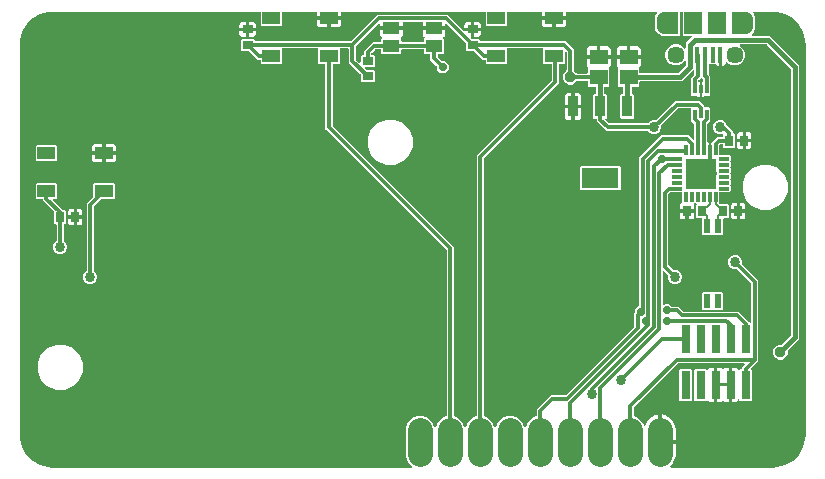
<source format=gbr>
G04 EAGLE Gerber RS-274X export*
G75*
%MOMM*%
%FSLAX34Y34*%
%LPD*%
%INBottom Copper*%
%IPPOS*%
%AMOC8*
5,1,8,0,0,1.08239X$1,22.5*%
G01*
%ADD10R,1.500000X1.000000*%
%ADD11R,0.900000X0.700000*%
%ADD12R,0.812800X0.304800*%
%ADD13R,0.304800X0.812800*%
%ADD14R,2.590800X2.590800*%
%ADD15R,0.700000X0.900000*%
%ADD16R,1.400000X1.050000*%
%ADD17R,1.500000X1.300000*%
%ADD18R,0.406400X1.346200*%
%ADD19C,1.447800*%
%ADD20R,1.498600X1.905000*%
%ADD21C,1.193800*%
%ADD22R,1.200506X1.905000*%
%ADD23R,0.850800X1.761200*%
%ADD24R,3.150800X1.761200*%
%ADD25R,0.330200X0.762000*%
%ADD26R,0.600000X1.200000*%
%ADD27C,2.095500*%
%ADD28R,0.762000X2.387600*%
%ADD29C,0.304800*%
%ADD30C,0.855600*%
%ADD31C,0.406400*%
%ADD32C,0.955600*%
%ADD33C,0.152400*%
%ADD34C,0.705600*%

G36*
X335271Y3822D02*
X335271Y3822D01*
X335343Y3824D01*
X335392Y3842D01*
X335443Y3850D01*
X335506Y3884D01*
X335574Y3909D01*
X335614Y3941D01*
X335660Y3966D01*
X335710Y4018D01*
X335766Y4062D01*
X335794Y4106D01*
X335830Y4144D01*
X335860Y4209D01*
X335899Y4269D01*
X335911Y4320D01*
X335933Y4367D01*
X335941Y4438D01*
X335959Y4508D01*
X335955Y4560D01*
X335960Y4611D01*
X335945Y4682D01*
X335940Y4753D01*
X335919Y4801D01*
X335908Y4852D01*
X335871Y4913D01*
X335843Y4979D01*
X335799Y5035D01*
X335782Y5063D01*
X335764Y5078D01*
X335739Y5110D01*
X332725Y8124D01*
X330898Y12535D01*
X330898Y38265D01*
X332725Y42676D01*
X336101Y46052D01*
X340513Y47880D01*
X345287Y47880D01*
X349699Y46052D01*
X353075Y42676D01*
X354897Y38278D01*
X354935Y38217D01*
X354964Y38152D01*
X354999Y38113D01*
X355026Y38069D01*
X355082Y38023D01*
X355130Y37971D01*
X355176Y37946D01*
X355216Y37912D01*
X355283Y37887D01*
X355346Y37852D01*
X355397Y37843D01*
X355445Y37824D01*
X355517Y37821D01*
X355588Y37808D01*
X355639Y37816D01*
X355691Y37814D01*
X355760Y37834D01*
X355831Y37844D01*
X355877Y37868D01*
X355927Y37882D01*
X355986Y37923D01*
X356050Y37956D01*
X356087Y37993D01*
X356129Y38023D01*
X356172Y38080D01*
X356222Y38131D01*
X356257Y38194D01*
X356276Y38220D01*
X356283Y38242D01*
X356303Y38278D01*
X358125Y42676D01*
X361501Y46052D01*
X364781Y47411D01*
X364880Y47472D01*
X364981Y47533D01*
X364985Y47537D01*
X364990Y47541D01*
X365064Y47630D01*
X365141Y47720D01*
X365143Y47725D01*
X365147Y47730D01*
X365189Y47838D01*
X365233Y47948D01*
X365234Y47955D01*
X365235Y47960D01*
X365236Y47978D01*
X365251Y48114D01*
X365251Y188022D01*
X365237Y188112D01*
X365229Y188203D01*
X365217Y188233D01*
X365212Y188265D01*
X365187Y188311D01*
X365187Y188313D01*
X365180Y188324D01*
X365169Y188345D01*
X365133Y188429D01*
X365107Y188461D01*
X365096Y188482D01*
X365073Y188504D01*
X365070Y188508D01*
X365060Y188524D01*
X365050Y188533D01*
X365028Y188560D01*
X262751Y290837D01*
X262751Y345014D01*
X262748Y345034D01*
X262750Y345053D01*
X262728Y345155D01*
X262712Y345257D01*
X262702Y345274D01*
X262698Y345294D01*
X262645Y345383D01*
X262596Y345474D01*
X262582Y345488D01*
X262572Y345505D01*
X262493Y345572D01*
X262418Y345644D01*
X262400Y345652D01*
X262385Y345665D01*
X262289Y345704D01*
X262195Y345747D01*
X262175Y345749D01*
X262157Y345757D01*
X261990Y345775D01*
X257668Y345775D01*
X256775Y346668D01*
X256775Y357990D01*
X256772Y358010D01*
X256774Y358029D01*
X256752Y358131D01*
X256736Y358233D01*
X256726Y358250D01*
X256722Y358270D01*
X256669Y358359D01*
X256620Y358450D01*
X256606Y358464D01*
X256596Y358481D01*
X256517Y358548D01*
X256442Y358620D01*
X256424Y358628D01*
X256409Y358641D01*
X256313Y358680D01*
X256219Y358723D01*
X256199Y358725D01*
X256181Y358733D01*
X256014Y358751D01*
X226586Y358751D01*
X226566Y358748D01*
X226547Y358750D01*
X226445Y358728D01*
X226343Y358712D01*
X226326Y358702D01*
X226306Y358698D01*
X226217Y358645D01*
X226126Y358596D01*
X226112Y358582D01*
X226095Y358572D01*
X226028Y358493D01*
X225956Y358418D01*
X225948Y358400D01*
X225935Y358385D01*
X225896Y358289D01*
X225853Y358195D01*
X225851Y358175D01*
X225843Y358157D01*
X225825Y357990D01*
X225825Y346668D01*
X224932Y345775D01*
X208668Y345775D01*
X207775Y346668D01*
X207775Y348490D01*
X207772Y348510D01*
X207774Y348529D01*
X207752Y348631D01*
X207736Y348733D01*
X207726Y348750D01*
X207722Y348770D01*
X207669Y348859D01*
X207620Y348950D01*
X207606Y348964D01*
X207596Y348981D01*
X207517Y349048D01*
X207442Y349120D01*
X207424Y349128D01*
X207409Y349141D01*
X207313Y349180D01*
X207219Y349223D01*
X207199Y349225D01*
X207181Y349233D01*
X207014Y349251D01*
X205087Y349251D01*
X203078Y351260D01*
X197786Y356552D01*
X197712Y356605D01*
X197643Y356665D01*
X197613Y356677D01*
X197586Y356696D01*
X197499Y356723D01*
X197415Y356757D01*
X197374Y356761D01*
X197351Y356768D01*
X197319Y356767D01*
X197248Y356775D01*
X191718Y356775D01*
X190825Y357668D01*
X190825Y365932D01*
X191718Y366825D01*
X201982Y366825D01*
X202875Y365932D01*
X202875Y365610D01*
X202878Y365590D01*
X202876Y365571D01*
X202898Y365469D01*
X202914Y365367D01*
X202924Y365350D01*
X202928Y365330D01*
X202981Y365241D01*
X203030Y365150D01*
X203044Y365136D01*
X203054Y365119D01*
X203133Y365052D01*
X203208Y364980D01*
X203226Y364972D01*
X203241Y364959D01*
X203337Y364920D01*
X203431Y364877D01*
X203451Y364875D01*
X203469Y364867D01*
X203636Y364849D01*
X284022Y364849D01*
X284112Y364863D01*
X284203Y364871D01*
X284233Y364883D01*
X284265Y364888D01*
X284345Y364931D01*
X284429Y364967D01*
X284461Y364993D01*
X284482Y365004D01*
X284504Y365027D01*
X284560Y365072D01*
X306635Y387147D01*
X366315Y387147D01*
X379962Y373500D01*
X380036Y373447D01*
X380105Y373387D01*
X380135Y373375D01*
X380162Y373356D01*
X380249Y373329D01*
X380333Y373295D01*
X380374Y373291D01*
X380397Y373284D01*
X380429Y373285D01*
X380500Y373277D01*
X385827Y373277D01*
X385827Y368246D01*
X385807Y368203D01*
X385799Y368132D01*
X385782Y368062D01*
X385786Y368010D01*
X385780Y367959D01*
X385795Y367888D01*
X385801Y367817D01*
X385821Y367769D01*
X385832Y367718D01*
X385869Y367657D01*
X385897Y367591D01*
X385942Y367535D01*
X385958Y367507D01*
X385976Y367492D01*
X386002Y367460D01*
X386414Y367048D01*
X386488Y366994D01*
X386557Y366935D01*
X386587Y366923D01*
X386614Y366904D01*
X386701Y366877D01*
X386785Y366843D01*
X386826Y366839D01*
X386849Y366832D01*
X386881Y366833D01*
X386952Y366825D01*
X392482Y366825D01*
X393375Y365932D01*
X393375Y365760D01*
X393378Y365740D01*
X393376Y365721D01*
X393398Y365619D01*
X393414Y365517D01*
X393424Y365500D01*
X393428Y365480D01*
X393481Y365391D01*
X393530Y365300D01*
X393544Y365286D01*
X393554Y365269D01*
X393633Y365202D01*
X393708Y365130D01*
X393726Y365122D01*
X393741Y365109D01*
X393837Y365070D01*
X393931Y365027D01*
X393951Y365025D01*
X393969Y365017D01*
X394136Y364999D01*
X466083Y364999D01*
X472949Y358133D01*
X472949Y340468D01*
X472968Y340353D01*
X472985Y340237D01*
X472987Y340231D01*
X472988Y340225D01*
X473043Y340122D01*
X473096Y340018D01*
X473101Y340013D01*
X473104Y340008D01*
X473188Y339928D01*
X473272Y339845D01*
X473278Y339842D01*
X473282Y339838D01*
X473299Y339831D01*
X473419Y339765D01*
X473470Y339743D01*
X475243Y337970D01*
X475265Y337919D01*
X475326Y337820D01*
X475386Y337719D01*
X475391Y337715D01*
X475394Y337710D01*
X475484Y337635D01*
X475573Y337559D01*
X475579Y337557D01*
X475584Y337553D01*
X475692Y337511D01*
X475801Y337467D01*
X475809Y337466D01*
X475813Y337465D01*
X475832Y337464D01*
X475968Y337449D01*
X484244Y337449D01*
X484264Y337452D01*
X484283Y337450D01*
X484385Y337472D01*
X484487Y337488D01*
X484504Y337498D01*
X484524Y337502D01*
X484613Y337555D01*
X484704Y337604D01*
X484718Y337618D01*
X484735Y337628D01*
X484802Y337707D01*
X484874Y337782D01*
X484882Y337800D01*
X484895Y337815D01*
X484934Y337911D01*
X484977Y338005D01*
X484979Y338025D01*
X484987Y338043D01*
X485005Y338210D01*
X485005Y341532D01*
X485137Y341664D01*
X485206Y341759D01*
X485277Y341856D01*
X485279Y341860D01*
X485281Y341863D01*
X485316Y341977D01*
X485352Y342090D01*
X485352Y342095D01*
X485353Y342098D01*
X485350Y342217D01*
X485348Y342336D01*
X485347Y342340D01*
X485347Y342344D01*
X485306Y342455D01*
X485267Y342568D01*
X485264Y342571D01*
X485263Y342575D01*
X485188Y342668D01*
X485115Y342762D01*
X485111Y342765D01*
X485109Y342767D01*
X485097Y342775D01*
X484980Y342861D01*
X484970Y342867D01*
X484497Y343340D01*
X484162Y343919D01*
X483989Y344566D01*
X483989Y349877D01*
X493268Y349877D01*
X493288Y349880D01*
X493307Y349878D01*
X493409Y349900D01*
X493511Y349917D01*
X493528Y349926D01*
X493548Y349930D01*
X493637Y349983D01*
X493728Y350032D01*
X493742Y350046D01*
X493759Y350056D01*
X493826Y350135D01*
X493897Y350210D01*
X493906Y350228D01*
X493919Y350243D01*
X493958Y350339D01*
X494001Y350433D01*
X494003Y350453D01*
X494011Y350471D01*
X494029Y350638D01*
X494029Y351401D01*
X494031Y351401D01*
X494031Y350638D01*
X494034Y350618D01*
X494032Y350599D01*
X494054Y350497D01*
X494071Y350395D01*
X494080Y350378D01*
X494084Y350358D01*
X494137Y350269D01*
X494186Y350178D01*
X494200Y350164D01*
X494210Y350147D01*
X494289Y350080D01*
X494364Y350009D01*
X494382Y350000D01*
X494397Y349987D01*
X494493Y349948D01*
X494587Y349905D01*
X494607Y349903D01*
X494625Y349895D01*
X494792Y349877D01*
X504071Y349877D01*
X504071Y344566D01*
X503898Y343919D01*
X503563Y343340D01*
X503090Y342867D01*
X503080Y342861D01*
X502989Y342786D01*
X502895Y342712D01*
X502893Y342708D01*
X502890Y342705D01*
X502827Y342606D01*
X502762Y342505D01*
X502761Y342501D01*
X502759Y342497D01*
X502731Y342382D01*
X502702Y342266D01*
X502703Y342262D01*
X502702Y342258D01*
X502712Y342139D01*
X502721Y342021D01*
X502723Y342017D01*
X502723Y342013D01*
X502771Y341905D01*
X502818Y341795D01*
X502821Y341791D01*
X502822Y341788D01*
X502831Y341778D01*
X502923Y341664D01*
X503055Y341532D01*
X503055Y327268D01*
X502162Y326375D01*
X499618Y326375D01*
X499598Y326372D01*
X499579Y326374D01*
X499477Y326352D01*
X499375Y326336D01*
X499358Y326326D01*
X499338Y326322D01*
X499249Y326269D01*
X499158Y326220D01*
X499144Y326206D01*
X499127Y326196D01*
X499060Y326117D01*
X498988Y326042D01*
X498980Y326024D01*
X498967Y326009D01*
X498928Y325913D01*
X498885Y325819D01*
X498883Y325799D01*
X498875Y325781D01*
X498857Y325614D01*
X498857Y320742D01*
X498860Y320722D01*
X498858Y320703D01*
X498880Y320601D01*
X498896Y320499D01*
X498906Y320482D01*
X498910Y320462D01*
X498963Y320373D01*
X499012Y320282D01*
X499026Y320268D01*
X499036Y320251D01*
X499115Y320184D01*
X499190Y320112D01*
X499208Y320104D01*
X499223Y320091D01*
X499319Y320052D01*
X499413Y320009D01*
X499433Y320007D01*
X499451Y319999D01*
X499618Y319981D01*
X500186Y319981D01*
X501079Y319088D01*
X501079Y300212D01*
X500002Y299136D01*
X499991Y299120D01*
X499975Y299107D01*
X499919Y299020D01*
X499859Y298936D01*
X499853Y298917D01*
X499842Y298900D01*
X499817Y298800D01*
X499786Y298701D01*
X499787Y298681D01*
X499782Y298662D01*
X499790Y298559D01*
X499793Y298455D01*
X499800Y298436D01*
X499801Y298417D01*
X499841Y298322D01*
X499877Y298224D01*
X499890Y298209D01*
X499897Y298190D01*
X500002Y298059D01*
X502690Y295372D01*
X502764Y295319D01*
X502833Y295259D01*
X502863Y295247D01*
X502890Y295228D01*
X502977Y295201D01*
X503061Y295167D01*
X503102Y295163D01*
X503125Y295156D01*
X503157Y295157D01*
X503228Y295149D01*
X535547Y295149D01*
X535637Y295163D01*
X535728Y295171D01*
X535758Y295183D01*
X535790Y295188D01*
X535871Y295231D01*
X535954Y295267D01*
X535987Y295293D01*
X536007Y295304D01*
X536029Y295327D01*
X536085Y295372D01*
X537733Y297019D01*
X539866Y297903D01*
X542196Y297903D01*
X542286Y297917D01*
X542377Y297925D01*
X542407Y297937D01*
X542439Y297942D01*
X542519Y297985D01*
X542603Y298021D01*
X542635Y298047D01*
X542656Y298058D01*
X542678Y298081D01*
X542734Y298126D01*
X558807Y314199D01*
X579113Y314199D01*
X581122Y312190D01*
X583439Y309873D01*
X583439Y309499D01*
X583442Y309479D01*
X583440Y309460D01*
X583462Y309358D01*
X583478Y309256D01*
X583488Y309239D01*
X583492Y309219D01*
X583545Y309130D01*
X583594Y309039D01*
X583608Y309025D01*
X583618Y309008D01*
X583697Y308941D01*
X583772Y308869D01*
X583790Y308861D01*
X583805Y308848D01*
X583901Y308809D01*
X583995Y308766D01*
X584015Y308764D01*
X584033Y308756D01*
X584200Y308738D01*
X587673Y308738D01*
X588566Y307845D01*
X588566Y298933D01*
X588549Y298914D01*
X588537Y298884D01*
X588518Y298858D01*
X588491Y298771D01*
X588457Y298686D01*
X588453Y298645D01*
X588446Y298623D01*
X588447Y298590D01*
X588439Y298519D01*
X588439Y297369D01*
X586202Y295132D01*
X586158Y295070D01*
X586125Y295036D01*
X586120Y295024D01*
X586089Y294988D01*
X586077Y294958D01*
X586058Y294932D01*
X586031Y294845D01*
X585997Y294760D01*
X585993Y294719D01*
X585986Y294697D01*
X585987Y294665D01*
X585979Y294593D01*
X585979Y279781D01*
X585982Y279761D01*
X585980Y279742D01*
X586002Y279640D01*
X586018Y279538D01*
X586028Y279521D01*
X586032Y279501D01*
X586085Y279412D01*
X586134Y279321D01*
X586148Y279307D01*
X586158Y279290D01*
X586237Y279223D01*
X586312Y279151D01*
X586330Y279143D01*
X586345Y279130D01*
X586441Y279091D01*
X586535Y279048D01*
X586555Y279046D01*
X586573Y279038D01*
X586740Y279020D01*
X587249Y279020D01*
X587249Y272415D01*
X587252Y272396D01*
X587250Y272376D01*
X587272Y272275D01*
X587288Y272173D01*
X587298Y272155D01*
X587302Y272136D01*
X587355Y272046D01*
X587403Y271955D01*
X587418Y271942D01*
X587428Y271924D01*
X587507Y271857D01*
X587582Y271786D01*
X587600Y271777D01*
X587615Y271764D01*
X587711Y271726D01*
X587805Y271682D01*
X587825Y271680D01*
X587843Y271673D01*
X588010Y271654D01*
X588030Y271657D01*
X588049Y271655D01*
X588050Y271655D01*
X588151Y271677D01*
X588253Y271694D01*
X588270Y271703D01*
X588290Y271707D01*
X588379Y271761D01*
X588470Y271809D01*
X588484Y271823D01*
X588501Y271834D01*
X588568Y271912D01*
X588640Y271987D01*
X588648Y272005D01*
X588661Y272020D01*
X588700Y272117D01*
X588743Y272210D01*
X588745Y272230D01*
X588753Y272249D01*
X588771Y272415D01*
X588771Y279020D01*
X589353Y279020D01*
X589443Y279034D01*
X589534Y279042D01*
X589564Y279054D01*
X589596Y279059D01*
X589676Y279102D01*
X589760Y279138D01*
X589792Y279164D01*
X589813Y279175D01*
X589835Y279198D01*
X589891Y279243D01*
X592358Y281710D01*
X594367Y283719D01*
X598584Y283719D01*
X598604Y283722D01*
X598623Y283720D01*
X598725Y283742D01*
X598827Y283758D01*
X598844Y283768D01*
X598864Y283772D01*
X598953Y283825D01*
X599044Y283874D01*
X599058Y283888D01*
X599075Y283898D01*
X599142Y283977D01*
X599214Y284052D01*
X599222Y284070D01*
X599235Y284085D01*
X599274Y284181D01*
X599317Y284275D01*
X599319Y284295D01*
X599327Y284313D01*
X599345Y284480D01*
X599345Y285693D01*
X599338Y285738D01*
X599340Y285784D01*
X599318Y285859D01*
X599306Y285936D01*
X599284Y285976D01*
X599271Y286020D01*
X599227Y286084D01*
X599190Y286153D01*
X599157Y286185D01*
X599131Y286222D01*
X599069Y286269D01*
X599012Y286322D01*
X598970Y286342D01*
X598934Y286369D01*
X598860Y286393D01*
X598789Y286426D01*
X598743Y286431D01*
X598700Y286445D01*
X598622Y286444D01*
X598545Y286453D01*
X598500Y286443D01*
X598454Y286443D01*
X598322Y286405D01*
X598304Y286401D01*
X598300Y286398D01*
X598293Y286396D01*
X598054Y286297D01*
X595746Y286297D01*
X593613Y287181D01*
X591981Y288813D01*
X591097Y290946D01*
X591097Y293254D01*
X591981Y295387D01*
X593613Y297019D01*
X595746Y297903D01*
X598054Y297903D01*
X600187Y297019D01*
X601819Y295387D01*
X602719Y293214D01*
X602754Y293158D01*
X602780Y293098D01*
X602831Y293033D01*
X602849Y293005D01*
X602864Y292993D01*
X602884Y292967D01*
X607419Y288433D01*
X607419Y287456D01*
X607422Y287436D01*
X607420Y287417D01*
X607442Y287315D01*
X607458Y287213D01*
X607468Y287196D01*
X607472Y287176D01*
X607525Y287087D01*
X607574Y286996D01*
X607588Y286982D01*
X607598Y286965D01*
X607677Y286898D01*
X607752Y286826D01*
X607770Y286818D01*
X607785Y286805D01*
X607881Y286766D01*
X607975Y286723D01*
X607995Y286721D01*
X608013Y286713D01*
X608180Y286695D01*
X608502Y286695D01*
X609395Y285802D01*
X609395Y275538D01*
X608502Y274645D01*
X600238Y274645D01*
X599345Y275538D01*
X599345Y276860D01*
X599342Y276880D01*
X599344Y276899D01*
X599322Y277001D01*
X599306Y277103D01*
X599296Y277120D01*
X599292Y277140D01*
X599239Y277229D01*
X599190Y277320D01*
X599176Y277334D01*
X599166Y277351D01*
X599087Y277418D01*
X599012Y277490D01*
X598994Y277498D01*
X598979Y277511D01*
X598883Y277550D01*
X598789Y277593D01*
X598769Y277595D01*
X598751Y277603D01*
X598584Y277621D01*
X597208Y277621D01*
X597118Y277607D01*
X597027Y277599D01*
X596997Y277587D01*
X596965Y277582D01*
X596885Y277539D01*
X596801Y277503D01*
X596769Y277477D01*
X596748Y277466D01*
X596726Y277443D01*
X596670Y277398D01*
X596362Y277090D01*
X596309Y277016D01*
X596249Y276947D01*
X596237Y276917D01*
X596218Y276890D01*
X596191Y276803D01*
X596157Y276719D01*
X596153Y276678D01*
X596146Y276655D01*
X596147Y276623D01*
X596139Y276552D01*
X596139Y269240D01*
X596142Y269220D01*
X596140Y269201D01*
X596162Y269099D01*
X596178Y268997D01*
X596188Y268980D01*
X596192Y268960D01*
X596245Y268871D01*
X596294Y268780D01*
X596308Y268766D01*
X596318Y268749D01*
X596397Y268682D01*
X596472Y268610D01*
X596490Y268602D01*
X596505Y268589D01*
X596601Y268550D01*
X596695Y268507D01*
X596715Y268505D01*
X596733Y268497D01*
X596900Y268479D01*
X604771Y268479D01*
X605664Y267586D01*
X605664Y263203D01*
X605657Y263193D01*
X605632Y263092D01*
X605602Y262994D01*
X605602Y262974D01*
X605597Y262954D01*
X605605Y262851D01*
X605608Y262748D01*
X605615Y262729D01*
X605616Y262709D01*
X605657Y262614D01*
X605664Y262595D01*
X605664Y258123D01*
X605657Y258113D01*
X605632Y258012D01*
X605602Y257913D01*
X605602Y257893D01*
X605597Y257874D01*
X605605Y257771D01*
X605608Y257668D01*
X605615Y257649D01*
X605616Y257629D01*
X605657Y257534D01*
X605664Y257515D01*
X605664Y253043D01*
X605657Y253033D01*
X605639Y252958D01*
X605632Y252944D01*
X605630Y252926D01*
X605602Y252834D01*
X605602Y252814D01*
X605597Y252794D01*
X605605Y252691D01*
X605608Y252588D01*
X605615Y252569D01*
X605616Y252549D01*
X605657Y252454D01*
X605664Y252435D01*
X605664Y247963D01*
X605657Y247953D01*
X605632Y247852D01*
X605602Y247754D01*
X605602Y247734D01*
X605597Y247714D01*
X605605Y247611D01*
X605608Y247508D01*
X605615Y247489D01*
X605616Y247469D01*
X605657Y247374D01*
X605664Y247355D01*
X605664Y242883D01*
X605657Y242873D01*
X605632Y242772D01*
X605602Y242674D01*
X605602Y242654D01*
X605597Y242634D01*
X605605Y242531D01*
X605608Y242428D01*
X605615Y242409D01*
X605616Y242389D01*
X605657Y242294D01*
X605664Y242275D01*
X605664Y237874D01*
X604771Y236981D01*
X596900Y236981D01*
X596880Y236978D01*
X596861Y236980D01*
X596759Y236958D01*
X596657Y236942D01*
X596640Y236932D01*
X596620Y236928D01*
X596531Y236875D01*
X596440Y236826D01*
X596426Y236812D01*
X596409Y236802D01*
X596342Y236723D01*
X596270Y236648D01*
X596262Y236630D01*
X596249Y236615D01*
X596210Y236519D01*
X596167Y236425D01*
X596165Y236405D01*
X596157Y236387D01*
X596139Y236220D01*
X596139Y228337D01*
X596102Y228280D01*
X596041Y228196D01*
X596036Y228177D01*
X596025Y228160D01*
X596000Y228060D01*
X595969Y227961D01*
X595970Y227941D01*
X595965Y227922D01*
X595973Y227818D01*
X595975Y227715D01*
X595982Y227696D01*
X595984Y227676D01*
X596024Y227581D01*
X596060Y227484D01*
X596072Y227468D01*
X596080Y227450D01*
X596185Y227319D01*
X596276Y227228D01*
X596350Y227175D01*
X596420Y227115D01*
X596450Y227103D01*
X596476Y227084D01*
X596563Y227057D01*
X596648Y227023D01*
X596689Y227019D01*
X596711Y227012D01*
X596743Y227013D01*
X596814Y227005D01*
X603422Y227005D01*
X604315Y226112D01*
X604315Y215848D01*
X603422Y214955D01*
X600336Y214955D01*
X600316Y214952D01*
X600297Y214954D01*
X600195Y214932D01*
X600093Y214916D01*
X600076Y214906D01*
X600056Y214902D01*
X599967Y214849D01*
X599876Y214800D01*
X599862Y214786D01*
X599845Y214776D01*
X599778Y214697D01*
X599706Y214622D01*
X599698Y214604D01*
X599685Y214589D01*
X599646Y214493D01*
X599603Y214399D01*
X599601Y214379D01*
X599593Y214361D01*
X599575Y214194D01*
X599575Y201398D01*
X598682Y200505D01*
X591418Y200505D01*
X591088Y200835D01*
X591072Y200847D01*
X591060Y200863D01*
X590973Y200919D01*
X590889Y200979D01*
X590870Y200985D01*
X590853Y200996D01*
X590752Y201021D01*
X590653Y201051D01*
X590634Y201051D01*
X590614Y201056D01*
X590511Y201048D01*
X590408Y201045D01*
X590389Y201038D01*
X590369Y201037D01*
X590274Y200996D01*
X590177Y200961D01*
X590161Y200948D01*
X590143Y200940D01*
X590012Y200835D01*
X589682Y200505D01*
X582418Y200505D01*
X581525Y201398D01*
X581525Y214194D01*
X581522Y214214D01*
X581524Y214233D01*
X581502Y214335D01*
X581486Y214437D01*
X581476Y214454D01*
X581472Y214474D01*
X581419Y214563D01*
X581370Y214654D01*
X581356Y214668D01*
X581346Y214685D01*
X581267Y214752D01*
X581192Y214824D01*
X581174Y214832D01*
X581159Y214845D01*
X581063Y214884D01*
X580969Y214927D01*
X580949Y214929D01*
X580931Y214937D01*
X580764Y214955D01*
X577678Y214955D01*
X576785Y215848D01*
X576785Y226112D01*
X576830Y226157D01*
X576872Y226215D01*
X576922Y226267D01*
X576944Y226314D01*
X576974Y226356D01*
X576995Y226425D01*
X577025Y226490D01*
X577031Y226542D01*
X577046Y226592D01*
X577044Y226663D01*
X577052Y226734D01*
X577041Y226785D01*
X577040Y226837D01*
X577015Y226905D01*
X577000Y226975D01*
X576973Y227020D01*
X576956Y227068D01*
X576911Y227124D01*
X576874Y227186D01*
X576834Y227220D01*
X576802Y227260D01*
X576742Y227299D01*
X576687Y227346D01*
X576639Y227365D01*
X576595Y227393D01*
X576526Y227411D01*
X576459Y227438D01*
X576388Y227446D01*
X576356Y227454D01*
X576333Y227452D01*
X576292Y227456D01*
X575403Y227456D01*
X575286Y227437D01*
X575168Y227419D01*
X575164Y227417D01*
X575160Y227417D01*
X575056Y227361D01*
X574949Y227306D01*
X574946Y227303D01*
X574943Y227301D01*
X574862Y227216D01*
X574778Y227130D01*
X574776Y227126D01*
X574773Y227123D01*
X574724Y227016D01*
X574672Y226908D01*
X574672Y226904D01*
X574670Y226900D01*
X574657Y226784D01*
X574642Y226664D01*
X574643Y226659D01*
X574643Y226656D01*
X574646Y226642D01*
X574668Y226498D01*
X574851Y225814D01*
X574851Y222503D01*
X569572Y222503D01*
X569552Y222500D01*
X569533Y222502D01*
X569431Y222480D01*
X569329Y222463D01*
X569312Y222454D01*
X569292Y222450D01*
X569203Y222397D01*
X569112Y222348D01*
X569098Y222334D01*
X569081Y222324D01*
X569014Y222245D01*
X568943Y222170D01*
X568934Y222152D01*
X568921Y222137D01*
X568882Y222041D01*
X568839Y221947D01*
X568837Y221927D01*
X568829Y221909D01*
X568811Y221742D01*
X568811Y220979D01*
X568809Y220979D01*
X568809Y221742D01*
X568806Y221762D01*
X568808Y221781D01*
X568786Y221883D01*
X568769Y221985D01*
X568760Y222002D01*
X568756Y222022D01*
X568703Y222111D01*
X568654Y222202D01*
X568640Y222216D01*
X568630Y222233D01*
X568551Y222300D01*
X568476Y222371D01*
X568458Y222380D01*
X568443Y222393D01*
X568347Y222432D01*
X568253Y222475D01*
X568233Y222477D01*
X568215Y222485D01*
X568048Y222503D01*
X562769Y222503D01*
X562769Y225814D01*
X562942Y226461D01*
X563277Y227040D01*
X563750Y227513D01*
X564261Y227808D01*
X564313Y227851D01*
X564371Y227885D01*
X564408Y227928D01*
X564451Y227964D01*
X564487Y228021D01*
X564531Y228072D01*
X564552Y228125D01*
X564582Y228172D01*
X564598Y228238D01*
X564623Y228300D01*
X564632Y228379D01*
X564639Y228411D01*
X564637Y228432D01*
X564641Y228467D01*
X564641Y236220D01*
X564638Y236240D01*
X564640Y236259D01*
X564618Y236361D01*
X564602Y236463D01*
X564592Y236480D01*
X564588Y236500D01*
X564535Y236589D01*
X564486Y236680D01*
X564472Y236694D01*
X564462Y236711D01*
X564383Y236778D01*
X564308Y236850D01*
X564290Y236858D01*
X564275Y236871D01*
X564179Y236910D01*
X564085Y236953D01*
X564065Y236955D01*
X564047Y236963D01*
X563880Y236981D01*
X555298Y236981D01*
X555208Y236967D01*
X555117Y236959D01*
X555087Y236947D01*
X555055Y236942D01*
X554975Y236899D01*
X554891Y236863D01*
X554859Y236837D01*
X554838Y236826D01*
X554816Y236803D01*
X554760Y236758D01*
X553182Y235180D01*
X553129Y235106D01*
X553069Y235037D01*
X553057Y235007D01*
X553038Y234980D01*
X553011Y234893D01*
X552977Y234809D01*
X552973Y234768D01*
X552966Y234745D01*
X552967Y234713D01*
X552959Y234642D01*
X552959Y175568D01*
X552973Y175478D01*
X552981Y175387D01*
X552993Y175357D01*
X552998Y175325D01*
X553041Y175245D01*
X553077Y175161D01*
X553103Y175129D01*
X553114Y175108D01*
X553137Y175086D01*
X553182Y175030D01*
X557086Y171126D01*
X557160Y171073D01*
X557229Y171013D01*
X557259Y171001D01*
X557286Y170982D01*
X557373Y170955D01*
X557457Y170921D01*
X557498Y170917D01*
X557521Y170910D01*
X557553Y170911D01*
X557624Y170903D01*
X559954Y170903D01*
X562087Y170019D01*
X563719Y168387D01*
X564603Y166254D01*
X564603Y163946D01*
X563719Y161813D01*
X562087Y160181D01*
X559954Y159297D01*
X557646Y159297D01*
X555513Y160181D01*
X553881Y161813D01*
X552997Y163946D01*
X552997Y166276D01*
X552983Y166366D01*
X552975Y166457D01*
X552963Y166487D01*
X552958Y166519D01*
X552915Y166599D01*
X552879Y166683D01*
X552853Y166715D01*
X552842Y166736D01*
X552819Y166758D01*
X552774Y166814D01*
X549686Y169902D01*
X549628Y169944D01*
X549576Y169993D01*
X549529Y170015D01*
X549487Y170046D01*
X549418Y170067D01*
X549353Y170097D01*
X549301Y170103D01*
X549251Y170118D01*
X549180Y170116D01*
X549109Y170124D01*
X549058Y170113D01*
X549006Y170112D01*
X548938Y170087D01*
X548868Y170072D01*
X548823Y170045D01*
X548775Y170027D01*
X548719Y169982D01*
X548657Y169946D01*
X548623Y169906D01*
X548583Y169874D01*
X548544Y169813D01*
X548497Y169759D01*
X548478Y169710D01*
X548450Y169667D01*
X548432Y169597D01*
X548405Y169531D01*
X548397Y169459D01*
X548389Y169428D01*
X548391Y169405D01*
X548387Y169364D01*
X548387Y142306D01*
X548398Y142235D01*
X548400Y142164D01*
X548418Y142115D01*
X548426Y142063D01*
X548460Y142000D01*
X548485Y141933D01*
X548517Y141892D01*
X548542Y141846D01*
X548593Y141797D01*
X548638Y141741D01*
X548682Y141713D01*
X548720Y141677D01*
X548785Y141646D01*
X548845Y141608D01*
X548896Y141595D01*
X548943Y141573D01*
X549014Y141565D01*
X549084Y141548D01*
X549136Y141552D01*
X549187Y141546D01*
X549258Y141561D01*
X549329Y141567D01*
X549377Y141587D01*
X549428Y141598D01*
X549489Y141635D01*
X549555Y141663D01*
X549611Y141708D01*
X549639Y141724D01*
X549654Y141742D01*
X549686Y141768D01*
X549821Y141903D01*
X554007Y141903D01*
X555788Y140122D01*
X555862Y140069D01*
X555931Y140009D01*
X555962Y139997D01*
X555988Y139978D01*
X556075Y139951D01*
X556160Y139917D01*
X556200Y139913D01*
X556223Y139906D01*
X556255Y139907D01*
X556326Y139899D01*
X561643Y139899D01*
X565428Y136114D01*
X565502Y136061D01*
X565571Y136001D01*
X565601Y135989D01*
X565628Y135970D01*
X565715Y135943D01*
X565799Y135909D01*
X565840Y135905D01*
X565863Y135898D01*
X565895Y135899D01*
X565966Y135891D01*
X612641Y135891D01*
X621643Y126888D01*
X621645Y126885D01*
X621694Y126794D01*
X621708Y126780D01*
X621718Y126763D01*
X621797Y126696D01*
X621872Y126624D01*
X621890Y126616D01*
X621905Y126603D01*
X622001Y126564D01*
X622095Y126521D01*
X622115Y126519D01*
X622133Y126511D01*
X622300Y126493D01*
X622320Y126496D01*
X622339Y126494D01*
X622441Y126516D01*
X622543Y126532D01*
X622560Y126542D01*
X622580Y126546D01*
X622669Y126599D01*
X622760Y126648D01*
X622774Y126662D01*
X622791Y126672D01*
X622858Y126751D01*
X622930Y126826D01*
X622938Y126844D01*
X622951Y126859D01*
X622990Y126955D01*
X623033Y127049D01*
X623035Y127069D01*
X623043Y127087D01*
X623061Y127254D01*
X623061Y159712D01*
X623047Y159802D01*
X623039Y159893D01*
X623027Y159923D01*
X623022Y159955D01*
X622979Y160035D01*
X622943Y160119D01*
X622917Y160151D01*
X622906Y160172D01*
X622883Y160194D01*
X622838Y160250D01*
X611314Y171774D01*
X611240Y171827D01*
X611171Y171887D01*
X611141Y171899D01*
X611114Y171918D01*
X611027Y171945D01*
X610943Y171979D01*
X610902Y171983D01*
X610879Y171990D01*
X610847Y171989D01*
X610776Y171997D01*
X608446Y171997D01*
X606313Y172881D01*
X604681Y174513D01*
X603797Y176646D01*
X603797Y178954D01*
X604681Y181087D01*
X606313Y182719D01*
X608446Y183603D01*
X610754Y183603D01*
X612887Y182719D01*
X614519Y181087D01*
X615403Y178954D01*
X615403Y176624D01*
X615417Y176534D01*
X615425Y176443D01*
X615437Y176413D01*
X615442Y176381D01*
X615465Y176340D01*
X615466Y176335D01*
X615479Y176312D01*
X615485Y176301D01*
X615521Y176217D01*
X615547Y176185D01*
X615558Y176164D01*
X615581Y176142D01*
X615592Y176124D01*
X615604Y176114D01*
X615626Y176086D01*
X629159Y162553D01*
X629159Y93987D01*
X627150Y91978D01*
X623336Y88165D01*
X623325Y88148D01*
X623309Y88136D01*
X623253Y88049D01*
X623193Y87965D01*
X623187Y87946D01*
X623176Y87929D01*
X623151Y87829D01*
X623120Y87730D01*
X623121Y87710D01*
X623116Y87691D01*
X623124Y87588D01*
X623127Y87484D01*
X623134Y87465D01*
X623135Y87445D01*
X623175Y87351D01*
X623211Y87253D01*
X623224Y87237D01*
X623231Y87219D01*
X623336Y87088D01*
X623825Y86600D01*
X623825Y61460D01*
X622932Y60567D01*
X614048Y60567D01*
X613225Y61391D01*
X613147Y61447D01*
X613074Y61508D01*
X613048Y61518D01*
X613025Y61535D01*
X612934Y61563D01*
X612845Y61597D01*
X612817Y61599D01*
X612790Y61607D01*
X612695Y61604D01*
X612599Y61609D01*
X612572Y61601D01*
X612544Y61601D01*
X612454Y61568D01*
X612363Y61542D01*
X612339Y61526D01*
X612313Y61516D01*
X612238Y61456D01*
X612160Y61402D01*
X612143Y61380D01*
X612121Y61362D01*
X612069Y61282D01*
X612012Y61206D01*
X611999Y61173D01*
X611988Y61155D01*
X611984Y61140D01*
X611633Y60532D01*
X611160Y60059D01*
X610581Y59724D01*
X609934Y59551D01*
X607313Y59551D01*
X607313Y73268D01*
X607310Y73288D01*
X607312Y73307D01*
X607290Y73409D01*
X607273Y73511D01*
X607264Y73528D01*
X607260Y73548D01*
X607207Y73637D01*
X607158Y73728D01*
X607144Y73742D01*
X607134Y73759D01*
X607055Y73826D01*
X606980Y73897D01*
X606962Y73906D01*
X606947Y73919D01*
X606851Y73957D01*
X606757Y74001D01*
X606737Y74003D01*
X606719Y74011D01*
X606552Y74029D01*
X605789Y74029D01*
X605789Y74031D01*
X606552Y74031D01*
X606572Y74034D01*
X606591Y74032D01*
X606693Y74054D01*
X606795Y74071D01*
X606812Y74080D01*
X606832Y74084D01*
X606921Y74137D01*
X607012Y74186D01*
X607026Y74200D01*
X607043Y74210D01*
X607110Y74289D01*
X607181Y74364D01*
X607190Y74382D01*
X607203Y74397D01*
X607242Y74493D01*
X607285Y74587D01*
X607287Y74607D01*
X607295Y74625D01*
X607313Y74792D01*
X607313Y88509D01*
X609935Y88509D01*
X610581Y88336D01*
X611160Y88001D01*
X611633Y87528D01*
X612004Y86885D01*
X612023Y86834D01*
X612041Y86812D01*
X612052Y86786D01*
X612117Y86716D01*
X612177Y86642D01*
X612200Y86627D01*
X612220Y86606D01*
X612303Y86560D01*
X612384Y86509D01*
X612411Y86502D01*
X612436Y86488D01*
X612530Y86472D01*
X612622Y86449D01*
X612650Y86451D01*
X612678Y86446D01*
X612773Y86460D01*
X612867Y86468D01*
X612893Y86479D01*
X612921Y86483D01*
X613006Y86527D01*
X613094Y86564D01*
X613121Y86586D01*
X613140Y86596D01*
X613163Y86619D01*
X613225Y86669D01*
X614048Y87493D01*
X614680Y87493D01*
X614700Y87496D01*
X614719Y87494D01*
X614821Y87516D01*
X614923Y87532D01*
X614940Y87542D01*
X614960Y87546D01*
X615049Y87599D01*
X615140Y87648D01*
X615154Y87662D01*
X615171Y87672D01*
X615238Y87751D01*
X615310Y87826D01*
X615318Y87844D01*
X615331Y87859D01*
X615370Y87955D01*
X615413Y88049D01*
X615415Y88069D01*
X615423Y88087D01*
X615441Y88254D01*
X615441Y88893D01*
X617450Y90902D01*
X617492Y90960D01*
X617541Y91012D01*
X617563Y91059D01*
X617594Y91101D01*
X617615Y91170D01*
X617645Y91235D01*
X617651Y91287D01*
X617666Y91337D01*
X617664Y91408D01*
X617672Y91479D01*
X617661Y91530D01*
X617660Y91582D01*
X617635Y91650D01*
X617620Y91720D01*
X617593Y91765D01*
X617575Y91813D01*
X617530Y91869D01*
X617494Y91931D01*
X617454Y91965D01*
X617422Y92005D01*
X617361Y92044D01*
X617307Y92091D01*
X617258Y92110D01*
X617215Y92138D01*
X617145Y92156D01*
X617079Y92183D01*
X617007Y92191D01*
X616976Y92199D01*
X616953Y92197D01*
X616912Y92201D01*
X561648Y92201D01*
X561558Y92187D01*
X561467Y92179D01*
X561437Y92167D01*
X561405Y92162D01*
X561325Y92119D01*
X561241Y92083D01*
X561209Y92057D01*
X561188Y92046D01*
X561166Y92023D01*
X561110Y91978D01*
X523972Y54840D01*
X523919Y54766D01*
X523859Y54697D01*
X523847Y54667D01*
X523828Y54640D01*
X523801Y54553D01*
X523767Y54469D01*
X523763Y54428D01*
X523756Y54405D01*
X523757Y54373D01*
X523749Y54302D01*
X523749Y48114D01*
X523768Y48000D01*
X523785Y47884D01*
X523787Y47878D01*
X523788Y47872D01*
X523843Y47769D01*
X523896Y47664D01*
X523901Y47660D01*
X523904Y47654D01*
X523988Y47574D01*
X524072Y47492D01*
X524078Y47488D01*
X524082Y47485D01*
X524099Y47477D01*
X524219Y47411D01*
X527499Y46052D01*
X530875Y42676D01*
X532185Y39515D01*
X532238Y39428D01*
X532286Y39340D01*
X532302Y39325D01*
X532314Y39306D01*
X532392Y39241D01*
X532466Y39172D01*
X532487Y39163D01*
X532504Y39149D01*
X532598Y39113D01*
X532690Y39071D01*
X532713Y39069D01*
X532733Y39061D01*
X532834Y39056D01*
X532935Y39046D01*
X532957Y39051D01*
X532979Y39050D01*
X533076Y39078D01*
X533175Y39101D01*
X533194Y39113D01*
X533215Y39119D01*
X533298Y39176D01*
X533385Y39229D01*
X533399Y39246D01*
X533417Y39259D01*
X533478Y39340D01*
X533543Y39418D01*
X533554Y39443D01*
X533564Y39456D01*
X533574Y39488D01*
X533612Y39571D01*
X534036Y40875D01*
X534966Y42700D01*
X536170Y44358D01*
X537619Y45807D01*
X539277Y47012D01*
X541103Y47942D01*
X543052Y48575D01*
X544577Y48817D01*
X544577Y26162D01*
X544580Y26142D01*
X544578Y26123D01*
X544600Y26021D01*
X544617Y25919D01*
X544626Y25902D01*
X544630Y25882D01*
X544683Y25793D01*
X544732Y25702D01*
X544746Y25688D01*
X544756Y25671D01*
X544835Y25604D01*
X544910Y25533D01*
X544928Y25524D01*
X544943Y25511D01*
X545039Y25473D01*
X545133Y25429D01*
X545153Y25427D01*
X545171Y25419D01*
X545338Y25401D01*
X546101Y25401D01*
X546101Y24638D01*
X546104Y24618D01*
X546102Y24599D01*
X546124Y24497D01*
X546141Y24395D01*
X546150Y24378D01*
X546154Y24358D01*
X546207Y24269D01*
X546256Y24178D01*
X546270Y24164D01*
X546280Y24147D01*
X546359Y24080D01*
X546434Y24009D01*
X546452Y24000D01*
X546467Y23987D01*
X546563Y23948D01*
X546657Y23905D01*
X546677Y23903D01*
X546695Y23895D01*
X546862Y23877D01*
X559118Y23877D01*
X559118Y13898D01*
X558798Y11874D01*
X558164Y9925D01*
X557234Y8100D01*
X556030Y6442D01*
X554698Y5110D01*
X554656Y5052D01*
X554607Y5000D01*
X554585Y4953D01*
X554555Y4911D01*
X554534Y4842D01*
X554503Y4777D01*
X554498Y4725D01*
X554482Y4675D01*
X554484Y4604D01*
X554476Y4533D01*
X554487Y4482D01*
X554489Y4430D01*
X554513Y4362D01*
X554529Y4292D01*
X554555Y4247D01*
X554573Y4199D01*
X554618Y4143D01*
X554655Y4081D01*
X554694Y4047D01*
X554727Y4007D01*
X554787Y3968D01*
X554842Y3921D01*
X554890Y3902D01*
X554934Y3874D01*
X555003Y3856D01*
X555070Y3829D01*
X555141Y3821D01*
X555172Y3813D01*
X555196Y3815D01*
X555237Y3811D01*
X641350Y3811D01*
X641369Y3814D01*
X641400Y3812D01*
X644947Y4045D01*
X644970Y4050D01*
X645094Y4069D01*
X651948Y5905D01*
X651962Y5912D01*
X651978Y5914D01*
X652131Y5982D01*
X658276Y9529D01*
X658288Y9539D01*
X658302Y9545D01*
X658433Y9650D01*
X663450Y14667D01*
X663459Y14680D01*
X663472Y14689D01*
X663550Y14795D01*
X663555Y14801D01*
X663558Y14806D01*
X663571Y14824D01*
X667118Y20969D01*
X667124Y20984D01*
X667134Y20996D01*
X667195Y21152D01*
X669031Y28006D01*
X669033Y28029D01*
X669055Y28153D01*
X669288Y31700D01*
X669286Y31719D01*
X669289Y31750D01*
X669289Y361950D01*
X669286Y361969D01*
X669288Y362000D01*
X669055Y365547D01*
X669050Y365570D01*
X669031Y365694D01*
X667195Y372548D01*
X667188Y372562D01*
X667186Y372578D01*
X667118Y372731D01*
X663571Y378876D01*
X663561Y378888D01*
X663555Y378902D01*
X663450Y379033D01*
X658433Y384050D01*
X658420Y384059D01*
X658411Y384072D01*
X658276Y384171D01*
X652131Y387718D01*
X652116Y387724D01*
X652104Y387734D01*
X651948Y387795D01*
X645094Y389631D01*
X645071Y389633D01*
X644947Y389655D01*
X641400Y389888D01*
X641381Y389886D01*
X641350Y389889D01*
X625709Y389889D01*
X625638Y389878D01*
X625566Y389876D01*
X625517Y389858D01*
X625466Y389850D01*
X625403Y389816D01*
X625335Y389791D01*
X625295Y389759D01*
X625249Y389734D01*
X625199Y389682D01*
X625143Y389638D01*
X625115Y389594D01*
X625079Y389556D01*
X625049Y389491D01*
X625010Y389431D01*
X624998Y389380D01*
X624976Y389333D01*
X624968Y389262D01*
X624950Y389192D01*
X624954Y389140D01*
X624948Y389089D01*
X624964Y389018D01*
X624969Y388947D01*
X624990Y388899D01*
X625001Y388848D01*
X625038Y388787D01*
X625066Y388721D01*
X625110Y388665D01*
X625127Y388637D01*
X625145Y388622D01*
X625170Y388590D01*
X625537Y388223D01*
X626678Y385469D01*
X626678Y375376D01*
X625537Y372621D01*
X623532Y370616D01*
X623490Y370558D01*
X623441Y370506D01*
X623419Y370459D01*
X623389Y370417D01*
X623367Y370348D01*
X623337Y370283D01*
X623331Y370231D01*
X623316Y370181D01*
X623318Y370110D01*
X623310Y370039D01*
X623321Y369988D01*
X623323Y369936D01*
X623347Y369868D01*
X623362Y369798D01*
X623389Y369753D01*
X623407Y369705D01*
X623452Y369649D01*
X623489Y369587D01*
X623528Y369553D01*
X623561Y369513D01*
X623621Y369474D01*
X623675Y369427D01*
X623724Y369408D01*
X623768Y369380D01*
X623837Y369362D01*
X623904Y369335D01*
X623975Y369327D01*
X624006Y369319D01*
X624029Y369321D01*
X624070Y369317D01*
X639013Y369317D01*
X641320Y367010D01*
X661650Y346680D01*
X663957Y344373D01*
X663957Y112827D01*
X661650Y110520D01*
X654226Y103096D01*
X654173Y103022D01*
X654113Y102952D01*
X654101Y102922D01*
X654082Y102896D01*
X654055Y102809D01*
X654021Y102724D01*
X654017Y102683D01*
X654010Y102661D01*
X654011Y102629D01*
X654003Y102557D01*
X654003Y100346D01*
X653043Y98030D01*
X651270Y96257D01*
X648954Y95297D01*
X646446Y95297D01*
X644130Y96257D01*
X642357Y98030D01*
X641397Y100346D01*
X641397Y102854D01*
X642357Y105170D01*
X644130Y106943D01*
X646446Y107903D01*
X648657Y107903D01*
X648748Y107917D01*
X648838Y107925D01*
X648868Y107937D01*
X648900Y107942D01*
X648981Y107985D01*
X649065Y108021D01*
X649097Y108047D01*
X649118Y108058D01*
X649140Y108081D01*
X649196Y108126D01*
X656620Y115550D01*
X656673Y115624D01*
X656733Y115694D01*
X656745Y115724D01*
X656764Y115750D01*
X656791Y115837D01*
X656825Y115922D01*
X656829Y115963D01*
X656836Y115985D01*
X656835Y116017D01*
X656843Y116089D01*
X656843Y341111D01*
X656829Y341202D01*
X656821Y341292D01*
X656809Y341322D01*
X656804Y341354D01*
X656761Y341435D01*
X656725Y341519D01*
X656699Y341551D01*
X656688Y341572D01*
X656665Y341594D01*
X656620Y341650D01*
X636290Y361980D01*
X636216Y362033D01*
X636146Y362093D01*
X636116Y362105D01*
X636090Y362124D01*
X636003Y362151D01*
X635918Y362185D01*
X635877Y362189D01*
X635855Y362196D01*
X635823Y362195D01*
X635751Y362203D01*
X614359Y362203D01*
X614263Y362188D01*
X614166Y362178D01*
X614142Y362168D01*
X614116Y362164D01*
X614030Y362118D01*
X613941Y362078D01*
X613922Y362061D01*
X613899Y362048D01*
X613832Y361978D01*
X613760Y361912D01*
X613748Y361889D01*
X613730Y361870D01*
X613689Y361782D01*
X613642Y361696D01*
X613637Y361671D01*
X613626Y361647D01*
X613615Y361550D01*
X613598Y361454D01*
X613602Y361428D01*
X613599Y361403D01*
X613620Y361307D01*
X613634Y361211D01*
X613646Y361188D01*
X613651Y361162D01*
X613701Y361079D01*
X613745Y360992D01*
X613764Y360973D01*
X613777Y360951D01*
X613851Y360888D01*
X613921Y360820D01*
X613950Y360804D01*
X613964Y360791D01*
X613995Y360779D01*
X614053Y360747D01*
X616522Y358278D01*
X617856Y355057D01*
X617856Y351571D01*
X616522Y348350D01*
X614056Y345884D01*
X610835Y344550D01*
X607349Y344550D01*
X604128Y345884D01*
X603057Y346956D01*
X602998Y346998D01*
X602946Y347047D01*
X602899Y347069D01*
X602857Y347099D01*
X602788Y347120D01*
X602723Y347151D01*
X602672Y347156D01*
X602622Y347172D01*
X602550Y347170D01*
X602479Y347178D01*
X602428Y347167D01*
X602376Y347165D01*
X602309Y347141D01*
X602238Y347125D01*
X602194Y347099D01*
X602145Y347081D01*
X602089Y347036D01*
X602027Y346999D01*
X601993Y346960D01*
X601953Y346927D01*
X601914Y346867D01*
X601867Y346812D01*
X601848Y346764D01*
X601820Y346720D01*
X601802Y346651D01*
X601775Y346584D01*
X601768Y346513D01*
X601760Y346482D01*
X601762Y346458D01*
X601757Y346417D01*
X601757Y346357D01*
X601584Y345710D01*
X601249Y345131D01*
X600776Y344658D01*
X600197Y344324D01*
X599551Y344150D01*
X598200Y344150D01*
X598200Y353168D01*
X598196Y353188D01*
X598199Y353207D01*
X598177Y353309D01*
X598160Y353411D01*
X598151Y353428D01*
X598146Y353448D01*
X598093Y353537D01*
X598045Y353628D01*
X598030Y353642D01*
X598020Y353659D01*
X597941Y353726D01*
X597866Y353797D01*
X597848Y353806D01*
X597833Y353819D01*
X597737Y353858D01*
X597643Y353901D01*
X597624Y353903D01*
X597605Y353911D01*
X597438Y353929D01*
X596930Y353929D01*
X596911Y353926D01*
X596891Y353928D01*
X596790Y353906D01*
X596687Y353889D01*
X596670Y353880D01*
X596650Y353876D01*
X596561Y353823D01*
X596470Y353774D01*
X596456Y353760D01*
X596439Y353750D01*
X596372Y353671D01*
X596301Y353596D01*
X596292Y353578D01*
X596279Y353563D01*
X596241Y353467D01*
X596197Y353373D01*
X596195Y353353D01*
X596187Y353335D01*
X596169Y353168D01*
X596169Y344150D01*
X594818Y344150D01*
X594172Y344324D01*
X593592Y344658D01*
X593307Y344943D01*
X593233Y344997D01*
X593163Y345056D01*
X593133Y345068D01*
X593107Y345087D01*
X593020Y345114D01*
X592935Y345148D01*
X592894Y345153D01*
X592872Y345159D01*
X592840Y345159D01*
X592769Y345166D01*
X587994Y345166D01*
X587975Y345163D01*
X587955Y345165D01*
X587854Y345143D01*
X587752Y345127D01*
X587734Y345117D01*
X587714Y345113D01*
X587625Y345060D01*
X587534Y345012D01*
X587520Y344997D01*
X587503Y344987D01*
X587436Y344908D01*
X587365Y344833D01*
X587356Y344815D01*
X587343Y344800D01*
X587305Y344704D01*
X587261Y344610D01*
X587259Y344590D01*
X587251Y344572D01*
X587233Y344405D01*
X587233Y336874D01*
X587248Y336784D01*
X587255Y336693D01*
X587268Y336663D01*
X587273Y336631D01*
X587315Y336550D01*
X587351Y336467D01*
X587377Y336434D01*
X587388Y336414D01*
X587411Y336392D01*
X587456Y336336D01*
X588439Y335353D01*
X588439Y328861D01*
X588442Y328843D01*
X588440Y328825D01*
X588455Y328757D01*
X588461Y328680D01*
X588473Y328650D01*
X588478Y328618D01*
X588489Y328598D01*
X588492Y328585D01*
X588524Y328532D01*
X588557Y328454D01*
X588566Y328443D01*
X588566Y319535D01*
X587673Y318642D01*
X584425Y318642D01*
X584335Y318628D01*
X584244Y318620D01*
X584214Y318608D01*
X584182Y318603D01*
X584101Y318560D01*
X584017Y318524D01*
X583985Y318498D01*
X583965Y318487D01*
X583942Y318464D01*
X583886Y318419D01*
X583601Y318134D01*
X583022Y317799D01*
X582375Y317626D01*
X581215Y317626D01*
X581215Y323913D01*
X581212Y323933D01*
X581214Y323953D01*
X581208Y323979D01*
X581215Y324041D01*
X581215Y330328D01*
X581580Y330328D01*
X581600Y330331D01*
X581619Y330329D01*
X581721Y330351D01*
X581823Y330367D01*
X581840Y330377D01*
X581860Y330381D01*
X581949Y330434D01*
X582040Y330483D01*
X582054Y330497D01*
X582071Y330507D01*
X582138Y330586D01*
X582210Y330661D01*
X582218Y330679D01*
X582231Y330694D01*
X582269Y330790D01*
X582313Y330884D01*
X582315Y330904D01*
X582323Y330922D01*
X582341Y331089D01*
X582341Y332512D01*
X582327Y332602D01*
X582319Y332693D01*
X582307Y332723D01*
X582302Y332755D01*
X582259Y332835D01*
X582223Y332919D01*
X582197Y332951D01*
X582186Y332972D01*
X582163Y332994D01*
X582118Y333050D01*
X581563Y333605D01*
X581547Y333617D01*
X581535Y333632D01*
X581447Y333688D01*
X581364Y333749D01*
X581345Y333755D01*
X581328Y333765D01*
X581227Y333791D01*
X581128Y333821D01*
X581109Y333821D01*
X581089Y333825D01*
X580986Y333817D01*
X580883Y333815D01*
X580864Y333808D01*
X580844Y333806D01*
X580749Y333766D01*
X580652Y333730D01*
X580636Y333718D01*
X580618Y333710D01*
X580487Y333605D01*
X578662Y331780D01*
X578609Y331706D01*
X578549Y331637D01*
X578537Y331607D01*
X578518Y331580D01*
X578491Y331493D01*
X578457Y331409D01*
X578453Y331368D01*
X578446Y331345D01*
X578447Y331313D01*
X578439Y331242D01*
X578439Y331089D01*
X578442Y331069D01*
X578440Y331050D01*
X578462Y330948D01*
X578478Y330846D01*
X578488Y330829D01*
X578492Y330809D01*
X578545Y330720D01*
X578594Y330629D01*
X578608Y330615D01*
X578618Y330598D01*
X578697Y330531D01*
X578772Y330459D01*
X578790Y330451D01*
X578805Y330438D01*
X578901Y330399D01*
X578995Y330356D01*
X579015Y330354D01*
X579033Y330346D01*
X579200Y330328D01*
X579565Y330328D01*
X579565Y324041D01*
X579568Y324021D01*
X579566Y324001D01*
X579572Y323975D01*
X579565Y323913D01*
X579565Y317626D01*
X578405Y317626D01*
X577758Y317799D01*
X577179Y318134D01*
X576894Y318419D01*
X576820Y318472D01*
X576750Y318532D01*
X576720Y318544D01*
X576694Y318563D01*
X576607Y318590D01*
X576522Y318624D01*
X576481Y318628D01*
X576459Y318635D01*
X576427Y318634D01*
X576355Y318642D01*
X573107Y318642D01*
X572214Y319535D01*
X572214Y328447D01*
X572231Y328466D01*
X572243Y328496D01*
X572262Y328522D01*
X572286Y328601D01*
X572313Y328659D01*
X572315Y328674D01*
X572323Y328694D01*
X572327Y328735D01*
X572334Y328757D01*
X572333Y328790D01*
X572341Y328861D01*
X572341Y334083D01*
X574578Y336320D01*
X574631Y336394D01*
X574691Y336463D01*
X574703Y336493D01*
X574722Y336520D01*
X574749Y336607D01*
X574783Y336691D01*
X574787Y336732D01*
X574794Y336755D01*
X574793Y336787D01*
X574801Y336858D01*
X574801Y339333D01*
X574790Y339404D01*
X574788Y339476D01*
X574770Y339525D01*
X574762Y339576D01*
X574728Y339640D01*
X574703Y339707D01*
X574671Y339748D01*
X574646Y339794D01*
X574594Y339843D01*
X574550Y339899D01*
X574506Y339927D01*
X574468Y339963D01*
X574403Y339993D01*
X574343Y340032D01*
X574292Y340045D01*
X574245Y340067D01*
X574174Y340075D01*
X574104Y340092D01*
X574052Y340088D01*
X574001Y340094D01*
X573930Y340078D01*
X573859Y340073D01*
X573811Y340053D01*
X573760Y340041D01*
X573699Y340005D01*
X573633Y339977D01*
X573577Y339932D01*
X573549Y339915D01*
X573534Y339897D01*
X573502Y339872D01*
X564473Y330843D01*
X529216Y330843D01*
X529196Y330840D01*
X529177Y330842D01*
X529075Y330820D01*
X528973Y330804D01*
X528956Y330794D01*
X528936Y330790D01*
X528847Y330737D01*
X528756Y330688D01*
X528742Y330674D01*
X528725Y330664D01*
X528658Y330585D01*
X528586Y330510D01*
X528578Y330492D01*
X528565Y330477D01*
X528526Y330381D01*
X528483Y330287D01*
X528481Y330267D01*
X528473Y330249D01*
X528455Y330082D01*
X528455Y327268D01*
X527562Y326375D01*
X522618Y326375D01*
X522598Y326372D01*
X522579Y326374D01*
X522477Y326352D01*
X522375Y326336D01*
X522358Y326326D01*
X522338Y326322D01*
X522249Y326269D01*
X522158Y326220D01*
X522144Y326206D01*
X522127Y326196D01*
X522060Y326117D01*
X521988Y326042D01*
X521980Y326024D01*
X521967Y326009D01*
X521928Y325913D01*
X521885Y325819D01*
X521883Y325799D01*
X521875Y325781D01*
X521857Y325614D01*
X521857Y320742D01*
X521860Y320722D01*
X521858Y320703D01*
X521880Y320601D01*
X521896Y320499D01*
X521906Y320482D01*
X521910Y320462D01*
X521963Y320373D01*
X522012Y320282D01*
X522026Y320268D01*
X522036Y320251D01*
X522115Y320184D01*
X522190Y320112D01*
X522208Y320104D01*
X522223Y320091D01*
X522319Y320052D01*
X522413Y320009D01*
X522433Y320007D01*
X522451Y319999D01*
X522618Y319981D01*
X523186Y319981D01*
X524079Y319088D01*
X524079Y300212D01*
X523186Y299319D01*
X513414Y299319D01*
X512521Y300212D01*
X512521Y319088D01*
X513414Y319981D01*
X513982Y319981D01*
X514002Y319984D01*
X514021Y319982D01*
X514123Y320004D01*
X514225Y320020D01*
X514242Y320030D01*
X514262Y320034D01*
X514351Y320087D01*
X514442Y320136D01*
X514456Y320150D01*
X514473Y320160D01*
X514540Y320239D01*
X514612Y320314D01*
X514620Y320332D01*
X514633Y320347D01*
X514672Y320443D01*
X514715Y320537D01*
X514717Y320557D01*
X514725Y320575D01*
X514743Y320742D01*
X514743Y325614D01*
X514740Y325634D01*
X514742Y325653D01*
X514720Y325755D01*
X514704Y325857D01*
X514694Y325874D01*
X514690Y325894D01*
X514637Y325983D01*
X514588Y326074D01*
X514574Y326088D01*
X514564Y326105D01*
X514485Y326172D01*
X514410Y326244D01*
X514392Y326252D01*
X514377Y326265D01*
X514281Y326304D01*
X514187Y326347D01*
X514167Y326349D01*
X514149Y326357D01*
X513982Y326375D01*
X511298Y326375D01*
X510405Y327268D01*
X510405Y341532D01*
X510537Y341664D01*
X510606Y341759D01*
X510677Y341856D01*
X510679Y341860D01*
X510681Y341863D01*
X510716Y341977D01*
X510752Y342090D01*
X510752Y342095D01*
X510753Y342098D01*
X510750Y342217D01*
X510748Y342336D01*
X510747Y342340D01*
X510747Y342344D01*
X510706Y342455D01*
X510667Y342568D01*
X510664Y342571D01*
X510663Y342575D01*
X510588Y342668D01*
X510515Y342762D01*
X510511Y342765D01*
X510509Y342767D01*
X510497Y342775D01*
X510380Y342861D01*
X510370Y342867D01*
X509897Y343340D01*
X509562Y343919D01*
X509389Y344566D01*
X509389Y349877D01*
X518668Y349877D01*
X518688Y349880D01*
X518707Y349878D01*
X518809Y349900D01*
X518911Y349917D01*
X518928Y349926D01*
X518948Y349930D01*
X519037Y349983D01*
X519128Y350032D01*
X519142Y350046D01*
X519159Y350056D01*
X519226Y350135D01*
X519297Y350210D01*
X519306Y350228D01*
X519319Y350243D01*
X519358Y350339D01*
X519401Y350433D01*
X519403Y350453D01*
X519411Y350471D01*
X519429Y350638D01*
X519429Y351401D01*
X519431Y351401D01*
X519431Y350638D01*
X519434Y350618D01*
X519432Y350599D01*
X519454Y350497D01*
X519471Y350395D01*
X519480Y350378D01*
X519484Y350358D01*
X519537Y350269D01*
X519586Y350178D01*
X519600Y350164D01*
X519610Y350147D01*
X519689Y350080D01*
X519764Y350009D01*
X519782Y350000D01*
X519797Y349987D01*
X519893Y349948D01*
X519987Y349905D01*
X520007Y349903D01*
X520025Y349895D01*
X520192Y349877D01*
X529471Y349877D01*
X529471Y344566D01*
X529298Y343919D01*
X528963Y343340D01*
X528490Y342867D01*
X528480Y342861D01*
X528389Y342786D01*
X528295Y342712D01*
X528293Y342708D01*
X528290Y342705D01*
X528227Y342606D01*
X528162Y342505D01*
X528161Y342501D01*
X528159Y342497D01*
X528131Y342382D01*
X528102Y342266D01*
X528103Y342262D01*
X528102Y342258D01*
X528112Y342139D01*
X528121Y342021D01*
X528123Y342017D01*
X528123Y342013D01*
X528171Y341905D01*
X528218Y341795D01*
X528221Y341791D01*
X528222Y341788D01*
X528231Y341778D01*
X528323Y341664D01*
X528455Y341532D01*
X528455Y338718D01*
X528458Y338698D01*
X528456Y338679D01*
X528478Y338577D01*
X528494Y338475D01*
X528504Y338458D01*
X528508Y338438D01*
X528561Y338349D01*
X528610Y338258D01*
X528624Y338244D01*
X528634Y338227D01*
X528713Y338160D01*
X528788Y338088D01*
X528806Y338080D01*
X528821Y338067D01*
X528917Y338028D01*
X529011Y337985D01*
X529031Y337983D01*
X529049Y337975D01*
X529216Y337957D01*
X561211Y337957D01*
X561302Y337971D01*
X561392Y337979D01*
X561422Y337991D01*
X561454Y337996D01*
X561535Y338039D01*
X561619Y338075D01*
X561651Y338101D01*
X561672Y338112D01*
X561694Y338135D01*
X561750Y338180D01*
X567405Y343835D01*
X567458Y343909D01*
X567517Y343978D01*
X567529Y344008D01*
X567548Y344034D01*
X567575Y344121D01*
X567609Y344206D01*
X567614Y344247D01*
X567620Y344269D01*
X567620Y344302D01*
X567628Y344373D01*
X567628Y347402D01*
X567616Y347473D01*
X567614Y347544D01*
X567596Y347593D01*
X567588Y347645D01*
X567554Y347708D01*
X567530Y347775D01*
X567497Y347816D01*
X567473Y347862D01*
X567421Y347911D01*
X567376Y347967D01*
X567332Y347996D01*
X567294Y348031D01*
X567229Y348062D01*
X567169Y348100D01*
X567118Y348113D01*
X567071Y348135D01*
X567000Y348143D01*
X566931Y348160D01*
X566879Y348156D01*
X566827Y348162D01*
X566757Y348147D01*
X566685Y348141D01*
X566637Y348121D01*
X566586Y348110D01*
X566525Y348073D01*
X566459Y348045D01*
X566403Y348000D01*
X566375Y347984D01*
X566360Y347966D01*
X566328Y347940D01*
X564272Y345884D01*
X561051Y344550D01*
X557565Y344550D01*
X554344Y345884D01*
X551878Y348350D01*
X550544Y351571D01*
X550544Y355057D01*
X551878Y358278D01*
X554344Y360744D01*
X557565Y362078D01*
X561051Y362078D01*
X564272Y360744D01*
X566328Y358688D01*
X566386Y358646D01*
X566438Y358597D01*
X566485Y358575D01*
X566528Y358544D01*
X566596Y358523D01*
X566661Y358493D01*
X566713Y358487D01*
X566763Y358472D01*
X566835Y358474D01*
X566906Y358466D01*
X566957Y358477D01*
X567009Y358478D01*
X567076Y358503D01*
X567146Y358518D01*
X567191Y358545D01*
X567240Y358563D01*
X567296Y358608D01*
X567357Y358644D01*
X567391Y358684D01*
X567432Y358716D01*
X567471Y358777D01*
X567517Y358831D01*
X567537Y358880D01*
X567565Y358923D01*
X567582Y358993D01*
X567609Y359059D01*
X567617Y359131D01*
X567625Y359162D01*
X567623Y359185D01*
X567628Y359226D01*
X567628Y363108D01*
X572593Y368073D01*
X572635Y368131D01*
X572684Y368183D01*
X572706Y368230D01*
X572736Y368273D01*
X572758Y368341D01*
X572788Y368406D01*
X572794Y368458D01*
X572809Y368508D01*
X572807Y368579D01*
X572815Y368651D01*
X572804Y368702D01*
X572802Y368754D01*
X572778Y368821D01*
X572763Y368891D01*
X572736Y368936D01*
X572718Y368985D01*
X572673Y369041D01*
X572636Y369102D01*
X572597Y369136D01*
X572564Y369177D01*
X572504Y369215D01*
X572450Y369262D01*
X572401Y369282D01*
X572357Y369310D01*
X572288Y369327D01*
X572221Y369354D01*
X572150Y369362D01*
X572119Y369370D01*
X572096Y369368D01*
X572055Y369372D01*
X566060Y369372D01*
X565167Y370266D01*
X565167Y389128D01*
X565163Y389148D01*
X565166Y389167D01*
X565144Y389269D01*
X565127Y389371D01*
X565118Y389388D01*
X565113Y389408D01*
X565060Y389497D01*
X565012Y389588D01*
X564997Y389602D01*
X564987Y389619D01*
X564908Y389686D01*
X564833Y389758D01*
X564815Y389766D01*
X564800Y389779D01*
X564704Y389818D01*
X564610Y389861D01*
X564591Y389863D01*
X564572Y389871D01*
X564405Y389889D01*
X563473Y389889D01*
X563453Y389886D01*
X563433Y389888D01*
X563332Y389866D01*
X563230Y389850D01*
X563212Y389840D01*
X563193Y389836D01*
X563104Y389783D01*
X563013Y389734D01*
X562999Y389720D01*
X562982Y389710D01*
X562914Y389631D01*
X562843Y389556D01*
X562835Y389538D01*
X562822Y389523D01*
X562783Y389427D01*
X562740Y389333D01*
X562737Y389313D01*
X562730Y389295D01*
X562712Y389128D01*
X562712Y370266D01*
X561818Y369372D01*
X547694Y369372D01*
X544939Y370513D01*
X542831Y372621D01*
X541691Y375376D01*
X541691Y385469D01*
X542831Y388223D01*
X543198Y388590D01*
X543240Y388648D01*
X543289Y388700D01*
X543311Y388747D01*
X543342Y388789D01*
X543363Y388858D01*
X543393Y388923D01*
X543399Y388975D01*
X543414Y389025D01*
X543412Y389096D01*
X543420Y389167D01*
X543409Y389218D01*
X543408Y389270D01*
X543383Y389338D01*
X543368Y389408D01*
X543341Y389453D01*
X543323Y389501D01*
X543278Y389557D01*
X543242Y389619D01*
X543202Y389653D01*
X543170Y389693D01*
X543109Y389732D01*
X543055Y389779D01*
X543006Y389798D01*
X542963Y389826D01*
X542893Y389844D01*
X542827Y389871D01*
X542755Y389879D01*
X542724Y389887D01*
X542701Y389885D01*
X542660Y389889D01*
X467102Y389889D01*
X467082Y389886D01*
X467063Y389888D01*
X466961Y389866D01*
X466859Y389850D01*
X466842Y389840D01*
X466822Y389836D01*
X466733Y389783D01*
X466642Y389734D01*
X466628Y389720D01*
X466611Y389710D01*
X466544Y389631D01*
X466472Y389556D01*
X466464Y389538D01*
X466451Y389523D01*
X466412Y389427D01*
X466369Y389333D01*
X466367Y389313D01*
X466359Y389295D01*
X466341Y389128D01*
X466341Y385823D01*
X457062Y385823D01*
X457042Y385820D01*
X457023Y385822D01*
X456921Y385800D01*
X456819Y385783D01*
X456802Y385774D01*
X456782Y385770D01*
X456693Y385717D01*
X456602Y385668D01*
X456588Y385654D01*
X456571Y385644D01*
X456504Y385565D01*
X456433Y385490D01*
X456424Y385472D01*
X456411Y385457D01*
X456372Y385361D01*
X456329Y385267D01*
X456327Y385247D01*
X456319Y385229D01*
X456301Y385062D01*
X456301Y384299D01*
X456299Y384299D01*
X456299Y385062D01*
X456296Y385082D01*
X456298Y385101D01*
X456276Y385202D01*
X456259Y385305D01*
X456250Y385322D01*
X456246Y385342D01*
X456193Y385431D01*
X456144Y385522D01*
X456130Y385536D01*
X456120Y385553D01*
X456041Y385620D01*
X455966Y385691D01*
X455948Y385700D01*
X455933Y385713D01*
X455837Y385752D01*
X455743Y385795D01*
X455723Y385797D01*
X455705Y385805D01*
X455538Y385823D01*
X446259Y385823D01*
X446259Y389128D01*
X446256Y389148D01*
X446258Y389167D01*
X446236Y389269D01*
X446220Y389371D01*
X446210Y389388D01*
X446206Y389408D01*
X446153Y389497D01*
X446104Y389588D01*
X446090Y389602D01*
X446080Y389619D01*
X446001Y389686D01*
X445926Y389758D01*
X445908Y389766D01*
X445893Y389779D01*
X445797Y389818D01*
X445703Y389861D01*
X445683Y389863D01*
X445665Y389871D01*
X445498Y389889D01*
X417086Y389889D01*
X417066Y389886D01*
X417047Y389888D01*
X416945Y389866D01*
X416843Y389850D01*
X416826Y389840D01*
X416806Y389836D01*
X416717Y389783D01*
X416626Y389734D01*
X416612Y389720D01*
X416595Y389710D01*
X416528Y389631D01*
X416456Y389556D01*
X416448Y389538D01*
X416435Y389523D01*
X416396Y389427D01*
X416353Y389333D01*
X416351Y389313D01*
X416343Y389295D01*
X416325Y389128D01*
X416325Y378668D01*
X415432Y377775D01*
X399168Y377775D01*
X398275Y378668D01*
X398275Y389128D01*
X398272Y389148D01*
X398274Y389167D01*
X398252Y389269D01*
X398236Y389371D01*
X398226Y389388D01*
X398222Y389408D01*
X398169Y389497D01*
X398120Y389588D01*
X398106Y389602D01*
X398096Y389619D01*
X398017Y389686D01*
X397942Y389758D01*
X397924Y389766D01*
X397909Y389779D01*
X397813Y389818D01*
X397719Y389861D01*
X397699Y389863D01*
X397681Y389871D01*
X397514Y389889D01*
X276602Y389889D01*
X276582Y389886D01*
X276563Y389888D01*
X276461Y389866D01*
X276359Y389850D01*
X276342Y389840D01*
X276322Y389836D01*
X276233Y389783D01*
X276142Y389734D01*
X276128Y389720D01*
X276111Y389710D01*
X276044Y389631D01*
X275972Y389556D01*
X275964Y389538D01*
X275951Y389523D01*
X275912Y389427D01*
X275869Y389333D01*
X275867Y389313D01*
X275859Y389295D01*
X275841Y389128D01*
X275841Y385823D01*
X266562Y385823D01*
X266542Y385820D01*
X266523Y385822D01*
X266421Y385800D01*
X266319Y385783D01*
X266302Y385774D01*
X266282Y385770D01*
X266193Y385717D01*
X266102Y385668D01*
X266088Y385654D01*
X266071Y385644D01*
X266004Y385565D01*
X265933Y385490D01*
X265924Y385472D01*
X265911Y385457D01*
X265872Y385361D01*
X265829Y385267D01*
X265827Y385247D01*
X265819Y385229D01*
X265801Y385062D01*
X265801Y384299D01*
X265799Y384299D01*
X265799Y385062D01*
X265796Y385082D01*
X265798Y385101D01*
X265776Y385202D01*
X265759Y385305D01*
X265750Y385322D01*
X265746Y385342D01*
X265693Y385431D01*
X265644Y385522D01*
X265630Y385536D01*
X265620Y385553D01*
X265541Y385620D01*
X265466Y385691D01*
X265448Y385700D01*
X265433Y385713D01*
X265337Y385752D01*
X265243Y385795D01*
X265223Y385797D01*
X265205Y385805D01*
X265038Y385823D01*
X255759Y385823D01*
X255759Y389128D01*
X255756Y389148D01*
X255758Y389167D01*
X255736Y389269D01*
X255720Y389371D01*
X255710Y389388D01*
X255706Y389408D01*
X255653Y389497D01*
X255604Y389588D01*
X255590Y389602D01*
X255580Y389619D01*
X255501Y389686D01*
X255426Y389758D01*
X255408Y389766D01*
X255393Y389779D01*
X255297Y389818D01*
X255203Y389861D01*
X255183Y389863D01*
X255165Y389871D01*
X254998Y389889D01*
X226586Y389889D01*
X226566Y389886D01*
X226547Y389888D01*
X226445Y389866D01*
X226343Y389850D01*
X226326Y389840D01*
X226306Y389836D01*
X226217Y389783D01*
X226126Y389734D01*
X226112Y389720D01*
X226095Y389710D01*
X226028Y389631D01*
X225956Y389556D01*
X225948Y389538D01*
X225935Y389523D01*
X225896Y389427D01*
X225853Y389333D01*
X225851Y389313D01*
X225843Y389295D01*
X225825Y389128D01*
X225825Y378668D01*
X224932Y377775D01*
X208668Y377775D01*
X207775Y378668D01*
X207775Y389128D01*
X207772Y389148D01*
X207774Y389167D01*
X207752Y389269D01*
X207736Y389371D01*
X207726Y389388D01*
X207722Y389408D01*
X207669Y389497D01*
X207620Y389588D01*
X207606Y389602D01*
X207596Y389619D01*
X207517Y389686D01*
X207442Y389758D01*
X207424Y389766D01*
X207409Y389779D01*
X207313Y389818D01*
X207219Y389861D01*
X207199Y389863D01*
X207181Y389871D01*
X207014Y389889D01*
X31750Y389889D01*
X31731Y389886D01*
X31700Y389888D01*
X28153Y389655D01*
X28130Y389650D01*
X28006Y389631D01*
X21152Y387795D01*
X21138Y387788D01*
X21122Y387786D01*
X20969Y387718D01*
X14824Y384171D01*
X14812Y384161D01*
X14798Y384155D01*
X14667Y384050D01*
X9650Y379033D01*
X9641Y379020D01*
X9628Y379011D01*
X9529Y378876D01*
X5982Y372731D01*
X5976Y372717D01*
X5966Y372704D01*
X5913Y372568D01*
X5908Y372556D01*
X5907Y372552D01*
X5905Y372548D01*
X4069Y365694D01*
X4067Y365671D01*
X4045Y365547D01*
X3812Y362000D01*
X3814Y361981D01*
X3811Y361950D01*
X3811Y31750D01*
X3814Y31732D01*
X3812Y31700D01*
X4045Y28153D01*
X4050Y28130D01*
X4069Y28006D01*
X5905Y21152D01*
X5912Y21138D01*
X5914Y21122D01*
X5950Y21041D01*
X5950Y21040D01*
X5951Y21038D01*
X5982Y20969D01*
X9529Y14824D01*
X9539Y14812D01*
X9545Y14798D01*
X9592Y14739D01*
X9593Y14738D01*
X9650Y14667D01*
X14667Y9650D01*
X14680Y9641D01*
X14689Y9628D01*
X14824Y9529D01*
X20969Y5982D01*
X20983Y5976D01*
X20996Y5966D01*
X21152Y5905D01*
X28006Y4069D01*
X28029Y4067D01*
X28153Y4045D01*
X31700Y3812D01*
X31719Y3814D01*
X31750Y3811D01*
X335200Y3811D01*
X335271Y3822D01*
G37*
G36*
X431839Y37816D02*
X431839Y37816D01*
X431891Y37814D01*
X431960Y37834D01*
X432031Y37844D01*
X432077Y37868D01*
X432127Y37882D01*
X432186Y37923D01*
X432250Y37956D01*
X432287Y37993D01*
X432329Y38023D01*
X432372Y38080D01*
X432422Y38131D01*
X432457Y38194D01*
X432476Y38220D01*
X432483Y38242D01*
X432503Y38278D01*
X434325Y42676D01*
X437701Y46052D01*
X440981Y47411D01*
X441080Y47472D01*
X441181Y47533D01*
X441185Y47537D01*
X441190Y47541D01*
X441264Y47630D01*
X441341Y47720D01*
X441343Y47725D01*
X441347Y47730D01*
X441389Y47838D01*
X441433Y47948D01*
X441434Y47955D01*
X441435Y47960D01*
X441436Y47978D01*
X441451Y48114D01*
X441451Y53333D01*
X453397Y65279D01*
X465743Y65279D01*
X465833Y65293D01*
X465924Y65301D01*
X465953Y65313D01*
X465985Y65318D01*
X466066Y65361D01*
X466150Y65397D01*
X466182Y65423D01*
X466203Y65434D01*
X466225Y65457D01*
X466281Y65502D01*
X523778Y122999D01*
X523831Y123073D01*
X523891Y123143D01*
X523903Y123173D01*
X523922Y123199D01*
X523949Y123286D01*
X523983Y123371D01*
X523987Y123412D01*
X523994Y123434D01*
X523993Y123466D01*
X524001Y123537D01*
X524001Y134527D01*
X524342Y134868D01*
X524395Y134942D01*
X524455Y135011D01*
X524467Y135041D01*
X524486Y135068D01*
X524513Y135155D01*
X524547Y135239D01*
X524551Y135280D01*
X524558Y135303D01*
X524557Y135335D01*
X524565Y135406D01*
X524565Y137925D01*
X527525Y140885D01*
X527812Y140885D01*
X527832Y140888D01*
X527851Y140886D01*
X527953Y140908D01*
X528055Y140924D01*
X528072Y140934D01*
X528092Y140938D01*
X528181Y140991D01*
X528272Y141040D01*
X528286Y141054D01*
X528303Y141064D01*
X528370Y141143D01*
X528442Y141218D01*
X528450Y141236D01*
X528463Y141251D01*
X528502Y141347D01*
X528545Y141441D01*
X528547Y141461D01*
X528555Y141479D01*
X528573Y141646D01*
X528573Y266711D01*
X546851Y284989D01*
X570223Y284989D01*
X572232Y282980D01*
X573502Y281710D01*
X573560Y281668D01*
X573612Y281619D01*
X573659Y281597D01*
X573701Y281566D01*
X573770Y281545D01*
X573835Y281515D01*
X573887Y281509D01*
X573937Y281494D01*
X574008Y281496D01*
X574079Y281488D01*
X574130Y281499D01*
X574182Y281500D01*
X574250Y281525D01*
X574320Y281540D01*
X574365Y281567D01*
X574413Y281585D01*
X574469Y281630D01*
X574531Y281666D01*
X574565Y281706D01*
X574605Y281738D01*
X574644Y281799D01*
X574691Y281853D01*
X574710Y281902D01*
X574738Y281945D01*
X574756Y282015D01*
X574783Y282081D01*
X574791Y282153D01*
X574799Y282184D01*
X574797Y282207D01*
X574801Y282248D01*
X574801Y294593D01*
X574787Y294683D01*
X574779Y294774D01*
X574767Y294804D01*
X574762Y294836D01*
X574719Y294917D01*
X574683Y295001D01*
X574657Y295033D01*
X574646Y295053D01*
X574623Y295076D01*
X574615Y295086D01*
X574607Y295099D01*
X574599Y295106D01*
X574578Y295132D01*
X572341Y297369D01*
X572341Y298519D01*
X572327Y298609D01*
X572319Y298700D01*
X572307Y298730D01*
X572302Y298762D01*
X572259Y298843D01*
X572223Y298926D01*
X572214Y298937D01*
X572214Y307340D01*
X572211Y307360D01*
X572213Y307379D01*
X572191Y307481D01*
X572175Y307583D01*
X572165Y307600D01*
X572161Y307620D01*
X572108Y307709D01*
X572059Y307800D01*
X572045Y307814D01*
X572035Y307831D01*
X571956Y307898D01*
X571881Y307970D01*
X571863Y307978D01*
X571848Y307991D01*
X571752Y308030D01*
X571658Y308073D01*
X571638Y308075D01*
X571620Y308083D01*
X571453Y308101D01*
X561648Y308101D01*
X561558Y308087D01*
X561467Y308079D01*
X561437Y308067D01*
X561405Y308062D01*
X561325Y308019D01*
X561241Y307983D01*
X561209Y307957D01*
X561188Y307946D01*
X561166Y307923D01*
X561110Y307878D01*
X547046Y293814D01*
X546993Y293740D01*
X546933Y293671D01*
X546921Y293641D01*
X546902Y293614D01*
X546875Y293527D01*
X546841Y293443D01*
X546837Y293402D01*
X546830Y293379D01*
X546831Y293347D01*
X546823Y293276D01*
X546823Y290946D01*
X545939Y288813D01*
X544307Y287181D01*
X542174Y286297D01*
X539866Y286297D01*
X537733Y287181D01*
X536085Y288828D01*
X536011Y288881D01*
X535942Y288941D01*
X535912Y288953D01*
X535886Y288972D01*
X535799Y288999D01*
X535714Y289033D01*
X535673Y289037D01*
X535651Y289044D01*
X535618Y289043D01*
X535547Y289051D01*
X500387Y289051D01*
X498378Y291060D01*
X492251Y297187D01*
X492251Y298558D01*
X492248Y298578D01*
X492250Y298597D01*
X492228Y298699D01*
X492212Y298801D01*
X492202Y298818D01*
X492198Y298838D01*
X492145Y298927D01*
X492096Y299018D01*
X492082Y299032D01*
X492072Y299049D01*
X491993Y299116D01*
X491918Y299188D01*
X491900Y299196D01*
X491885Y299209D01*
X491789Y299248D01*
X491695Y299291D01*
X491675Y299293D01*
X491657Y299301D01*
X491490Y299319D01*
X490414Y299319D01*
X489521Y300212D01*
X489521Y319088D01*
X490414Y319981D01*
X490982Y319981D01*
X491002Y319984D01*
X491021Y319982D01*
X491123Y320004D01*
X491225Y320020D01*
X491242Y320030D01*
X491262Y320034D01*
X491351Y320087D01*
X491442Y320136D01*
X491456Y320150D01*
X491473Y320160D01*
X491540Y320239D01*
X491612Y320314D01*
X491620Y320332D01*
X491633Y320347D01*
X491672Y320443D01*
X491715Y320537D01*
X491717Y320557D01*
X491725Y320575D01*
X491743Y320742D01*
X491743Y325614D01*
X491740Y325634D01*
X491742Y325653D01*
X491720Y325755D01*
X491704Y325857D01*
X491694Y325874D01*
X491690Y325894D01*
X491637Y325983D01*
X491588Y326074D01*
X491574Y326088D01*
X491564Y326105D01*
X491485Y326172D01*
X491410Y326244D01*
X491392Y326252D01*
X491377Y326265D01*
X491281Y326304D01*
X491187Y326347D01*
X491167Y326349D01*
X491149Y326357D01*
X490982Y326375D01*
X485898Y326375D01*
X485005Y327268D01*
X485005Y330590D01*
X485002Y330610D01*
X485004Y330629D01*
X484982Y330731D01*
X484966Y330833D01*
X484956Y330850D01*
X484952Y330870D01*
X484899Y330959D01*
X484850Y331050D01*
X484836Y331064D01*
X484826Y331081D01*
X484747Y331148D01*
X484672Y331220D01*
X484654Y331228D01*
X484639Y331241D01*
X484543Y331280D01*
X484449Y331323D01*
X484429Y331325D01*
X484411Y331333D01*
X484244Y331351D01*
X475968Y331351D01*
X475853Y331332D01*
X475737Y331315D01*
X475731Y331313D01*
X475725Y331312D01*
X475622Y331257D01*
X475518Y331204D01*
X475513Y331199D01*
X475508Y331196D01*
X475428Y331112D01*
X475345Y331028D01*
X475342Y331022D01*
X475338Y331018D01*
X475331Y331001D01*
X475265Y330881D01*
X475243Y330830D01*
X473470Y329057D01*
X471154Y328097D01*
X468646Y328097D01*
X466330Y329057D01*
X464557Y330830D01*
X463597Y333146D01*
X463597Y335654D01*
X464557Y337970D01*
X466330Y339743D01*
X466381Y339765D01*
X466480Y339826D01*
X466581Y339886D01*
X466585Y339891D01*
X466590Y339894D01*
X466665Y339984D01*
X466741Y340073D01*
X466743Y340079D01*
X466747Y340084D01*
X466789Y340192D01*
X466833Y340301D01*
X466834Y340309D01*
X466835Y340313D01*
X466836Y340332D01*
X466851Y340468D01*
X466851Y355292D01*
X466837Y355380D01*
X466830Y355470D01*
X466817Y355501D01*
X466812Y355535D01*
X466770Y355614D01*
X466735Y355697D01*
X466708Y355731D01*
X466696Y355752D01*
X466693Y355756D01*
X466692Y355756D01*
X466673Y355775D01*
X466630Y355828D01*
X466626Y355832D01*
X466567Y355875D01*
X466514Y355925D01*
X466468Y355947D01*
X466427Y355976D01*
X466357Y355998D01*
X466291Y356029D01*
X466241Y356035D01*
X466192Y356050D01*
X466119Y356048D01*
X466047Y356056D01*
X465997Y356045D01*
X465946Y356044D01*
X465878Y356019D01*
X465806Y356004D01*
X465763Y355978D01*
X465715Y355961D01*
X465658Y355915D01*
X465595Y355878D01*
X465562Y355839D01*
X465522Y355808D01*
X465483Y355746D01*
X465435Y355691D01*
X465416Y355644D01*
X465389Y355601D01*
X465371Y355531D01*
X465343Y355463D01*
X465336Y355394D01*
X465328Y355363D01*
X465329Y355339D01*
X465325Y355296D01*
X465325Y346668D01*
X464432Y345775D01*
X461010Y345775D01*
X460990Y345772D01*
X460971Y345774D01*
X460869Y345752D01*
X460767Y345736D01*
X460750Y345726D01*
X460730Y345722D01*
X460641Y345669D01*
X460550Y345620D01*
X460536Y345606D01*
X460519Y345596D01*
X460452Y345517D01*
X460380Y345442D01*
X460372Y345424D01*
X460359Y345409D01*
X460320Y345313D01*
X460277Y345219D01*
X460275Y345199D01*
X460267Y345181D01*
X460249Y345014D01*
X460249Y328937D01*
X396972Y265660D01*
X396919Y265586D01*
X396859Y265517D01*
X396847Y265487D01*
X396828Y265460D01*
X396801Y265373D01*
X396767Y265289D01*
X396763Y265248D01*
X396756Y265225D01*
X396757Y265193D01*
X396749Y265122D01*
X396749Y48114D01*
X396768Y48000D01*
X396785Y47884D01*
X396787Y47878D01*
X396788Y47872D01*
X396843Y47769D01*
X396896Y47664D01*
X396901Y47660D01*
X396904Y47654D01*
X396988Y47574D01*
X397072Y47492D01*
X397078Y47488D01*
X397082Y47485D01*
X397099Y47477D01*
X397219Y47411D01*
X400499Y46052D01*
X403875Y42676D01*
X405697Y38278D01*
X405735Y38217D01*
X405764Y38152D01*
X405799Y38114D01*
X405826Y38069D01*
X405882Y38023D01*
X405930Y37971D01*
X405976Y37946D01*
X406016Y37912D01*
X406083Y37887D01*
X406146Y37852D01*
X406197Y37843D01*
X406245Y37824D01*
X406317Y37821D01*
X406388Y37808D01*
X406439Y37816D01*
X406491Y37814D01*
X406560Y37834D01*
X406631Y37844D01*
X406677Y37868D01*
X406727Y37882D01*
X406786Y37923D01*
X406850Y37956D01*
X406887Y37993D01*
X406929Y38023D01*
X406972Y38080D01*
X407022Y38131D01*
X407057Y38194D01*
X407076Y38220D01*
X407083Y38242D01*
X407103Y38278D01*
X408925Y42676D01*
X412301Y46052D01*
X416713Y47880D01*
X421487Y47880D01*
X425899Y46052D01*
X429275Y42676D01*
X431097Y38278D01*
X431135Y38217D01*
X431164Y38152D01*
X431199Y38114D01*
X431226Y38069D01*
X431282Y38023D01*
X431330Y37971D01*
X431376Y37946D01*
X431416Y37912D01*
X431483Y37887D01*
X431546Y37852D01*
X431597Y37843D01*
X431645Y37824D01*
X431717Y37821D01*
X431788Y37808D01*
X431839Y37816D01*
G37*
G36*
X381039Y37816D02*
X381039Y37816D01*
X381091Y37814D01*
X381160Y37834D01*
X381231Y37844D01*
X381277Y37868D01*
X381327Y37882D01*
X381386Y37923D01*
X381450Y37956D01*
X381487Y37993D01*
X381529Y38023D01*
X381572Y38080D01*
X381622Y38131D01*
X381657Y38194D01*
X381676Y38220D01*
X381683Y38242D01*
X381703Y38278D01*
X383525Y42676D01*
X386901Y46052D01*
X390181Y47411D01*
X390280Y47472D01*
X390381Y47533D01*
X390385Y47537D01*
X390390Y47541D01*
X390464Y47630D01*
X390541Y47720D01*
X390543Y47725D01*
X390547Y47730D01*
X390589Y47838D01*
X390633Y47948D01*
X390634Y47955D01*
X390635Y47960D01*
X390636Y47978D01*
X390651Y48114D01*
X390651Y267963D01*
X453928Y331240D01*
X453981Y331314D01*
X454041Y331383D01*
X454053Y331413D01*
X454072Y331440D01*
X454099Y331527D01*
X454133Y331611D01*
X454137Y331652D01*
X454144Y331675D01*
X454143Y331707D01*
X454151Y331778D01*
X454151Y345014D01*
X454148Y345034D01*
X454150Y345053D01*
X454128Y345155D01*
X454112Y345257D01*
X454102Y345274D01*
X454098Y345294D01*
X454045Y345383D01*
X453996Y345474D01*
X453982Y345488D01*
X453972Y345505D01*
X453893Y345572D01*
X453818Y345644D01*
X453800Y345652D01*
X453785Y345665D01*
X453689Y345704D01*
X453595Y345747D01*
X453575Y345749D01*
X453557Y345757D01*
X453390Y345775D01*
X448168Y345775D01*
X447275Y346668D01*
X447275Y358140D01*
X447272Y358160D01*
X447274Y358179D01*
X447252Y358281D01*
X447236Y358383D01*
X447226Y358400D01*
X447222Y358420D01*
X447169Y358509D01*
X447120Y358600D01*
X447106Y358614D01*
X447096Y358631D01*
X447017Y358698D01*
X446942Y358770D01*
X446924Y358778D01*
X446909Y358791D01*
X446813Y358830D01*
X446719Y358873D01*
X446699Y358875D01*
X446681Y358883D01*
X446514Y358901D01*
X417086Y358901D01*
X417066Y358898D01*
X417047Y358900D01*
X416945Y358878D01*
X416843Y358862D01*
X416826Y358852D01*
X416806Y358848D01*
X416717Y358795D01*
X416626Y358746D01*
X416612Y358732D01*
X416595Y358722D01*
X416528Y358643D01*
X416456Y358568D01*
X416448Y358550D01*
X416435Y358535D01*
X416396Y358439D01*
X416353Y358345D01*
X416351Y358325D01*
X416343Y358307D01*
X416325Y358140D01*
X416325Y346668D01*
X415432Y345775D01*
X399168Y345775D01*
X398275Y346668D01*
X398275Y348490D01*
X398272Y348510D01*
X398274Y348529D01*
X398252Y348631D01*
X398236Y348733D01*
X398226Y348750D01*
X398222Y348770D01*
X398169Y348859D01*
X398120Y348950D01*
X398106Y348964D01*
X398096Y348981D01*
X398017Y349048D01*
X397942Y349120D01*
X397924Y349128D01*
X397909Y349141D01*
X397813Y349180D01*
X397719Y349223D01*
X397699Y349225D01*
X397681Y349233D01*
X397514Y349251D01*
X395587Y349251D01*
X388286Y356552D01*
X388212Y356605D01*
X388143Y356665D01*
X388113Y356677D01*
X388086Y356696D01*
X387999Y356723D01*
X387915Y356757D01*
X387874Y356761D01*
X387851Y356768D01*
X387819Y356767D01*
X387748Y356775D01*
X382218Y356775D01*
X381325Y357668D01*
X381325Y363198D01*
X381311Y363288D01*
X381303Y363379D01*
X381291Y363409D01*
X381286Y363441D01*
X381243Y363521D01*
X381207Y363605D01*
X381181Y363637D01*
X381170Y363658D01*
X381147Y363680D01*
X381102Y363736D01*
X365390Y379448D01*
X365332Y379490D01*
X365280Y379539D01*
X365233Y379561D01*
X365191Y379592D01*
X365122Y379613D01*
X365057Y379643D01*
X365005Y379649D01*
X364955Y379664D01*
X364884Y379662D01*
X364813Y379670D01*
X364762Y379659D01*
X364710Y379658D01*
X364642Y379633D01*
X364572Y379618D01*
X364527Y379591D01*
X364479Y379573D01*
X364423Y379528D01*
X364361Y379492D01*
X364327Y379452D01*
X364287Y379420D01*
X364248Y379359D01*
X364201Y379305D01*
X364182Y379256D01*
X364154Y379213D01*
X364136Y379143D01*
X364109Y379077D01*
X364101Y379005D01*
X364093Y378974D01*
X364095Y378951D01*
X364091Y378910D01*
X364091Y377323D01*
X355312Y377323D01*
X355292Y377320D01*
X355273Y377322D01*
X355171Y377300D01*
X355069Y377283D01*
X355052Y377274D01*
X355032Y377270D01*
X354943Y377217D01*
X354852Y377168D01*
X354838Y377154D01*
X354821Y377144D01*
X354754Y377065D01*
X354683Y376990D01*
X354674Y376972D01*
X354661Y376957D01*
X354622Y376861D01*
X354579Y376767D01*
X354577Y376747D01*
X354569Y376729D01*
X354551Y376562D01*
X354551Y375038D01*
X354554Y375018D01*
X354552Y374999D01*
X354574Y374897D01*
X354591Y374795D01*
X354600Y374778D01*
X354604Y374758D01*
X354657Y374669D01*
X354706Y374578D01*
X354720Y374564D01*
X354730Y374547D01*
X354809Y374480D01*
X354884Y374409D01*
X354902Y374400D01*
X354917Y374387D01*
X355013Y374348D01*
X355107Y374305D01*
X355127Y374303D01*
X355145Y374295D01*
X355312Y374277D01*
X364091Y374277D01*
X364091Y370216D01*
X363918Y369569D01*
X363583Y368990D01*
X363110Y368517D01*
X362783Y368328D01*
X362752Y368302D01*
X362737Y368295D01*
X362719Y368276D01*
X362692Y368254D01*
X362598Y368179D01*
X362596Y368175D01*
X362593Y368172D01*
X362530Y368073D01*
X362465Y367972D01*
X362464Y367968D01*
X362462Y367964D01*
X362434Y367849D01*
X362405Y367733D01*
X362406Y367729D01*
X362405Y367725D01*
X362415Y367605D01*
X362424Y367488D01*
X362426Y367484D01*
X362426Y367480D01*
X362475Y367369D01*
X362521Y367262D01*
X362524Y367258D01*
X362525Y367255D01*
X362534Y367245D01*
X362626Y367131D01*
X363075Y366682D01*
X363075Y354918D01*
X362182Y354025D01*
X358360Y354025D01*
X358340Y354022D01*
X358321Y354024D01*
X358219Y354002D01*
X358117Y353986D01*
X358100Y353976D01*
X358080Y353972D01*
X357991Y353919D01*
X357900Y353870D01*
X357886Y353856D01*
X357869Y353846D01*
X357802Y353767D01*
X357730Y353692D01*
X357722Y353674D01*
X357709Y353659D01*
X357670Y353563D01*
X357627Y353469D01*
X357625Y353449D01*
X357617Y353431D01*
X357599Y353264D01*
X357599Y351878D01*
X357613Y351788D01*
X357621Y351697D01*
X357633Y351667D01*
X357638Y351635D01*
X357681Y351555D01*
X357717Y351471D01*
X357743Y351439D01*
X357754Y351418D01*
X357777Y351396D01*
X357822Y351340D01*
X360986Y348176D01*
X361060Y348123D01*
X361129Y348063D01*
X361159Y348051D01*
X361186Y348032D01*
X361273Y348005D01*
X361357Y347971D01*
X361398Y347967D01*
X361421Y347960D01*
X361453Y347961D01*
X361524Y347953D01*
X364043Y347953D01*
X367003Y344993D01*
X367003Y340807D01*
X364043Y337847D01*
X359857Y337847D01*
X356897Y340807D01*
X356897Y343326D01*
X356892Y343355D01*
X356894Y343368D01*
X356882Y343422D01*
X356875Y343507D01*
X356863Y343537D01*
X356858Y343569D01*
X356845Y343592D01*
X356842Y343608D01*
X356810Y343662D01*
X356779Y343733D01*
X356753Y343765D01*
X356742Y343786D01*
X356726Y343802D01*
X356715Y343819D01*
X356699Y343833D01*
X356674Y343864D01*
X351501Y349037D01*
X351501Y353264D01*
X351498Y353284D01*
X351500Y353303D01*
X351478Y353405D01*
X351462Y353507D01*
X351452Y353524D01*
X351448Y353544D01*
X351395Y353633D01*
X351346Y353724D01*
X351332Y353738D01*
X351322Y353755D01*
X351243Y353822D01*
X351168Y353894D01*
X351150Y353902D01*
X351135Y353915D01*
X351039Y353954D01*
X350945Y353997D01*
X350925Y353999D01*
X350907Y354007D01*
X350740Y354025D01*
X346918Y354025D01*
X346025Y354918D01*
X346025Y357240D01*
X346022Y357260D01*
X346024Y357279D01*
X346002Y357381D01*
X345986Y357483D01*
X345976Y357500D01*
X345972Y357520D01*
X345919Y357609D01*
X345870Y357700D01*
X345856Y357714D01*
X345846Y357731D01*
X345767Y357798D01*
X345692Y357870D01*
X345674Y357878D01*
X345659Y357891D01*
X345563Y357930D01*
X345469Y357973D01*
X345449Y357975D01*
X345431Y357983D01*
X345264Y358001D01*
X327836Y358001D01*
X327816Y357998D01*
X327797Y358000D01*
X327695Y357978D01*
X327593Y357962D01*
X327576Y357952D01*
X327556Y357948D01*
X327467Y357895D01*
X327376Y357846D01*
X327362Y357832D01*
X327345Y357822D01*
X327278Y357743D01*
X327206Y357668D01*
X327198Y357650D01*
X327185Y357635D01*
X327146Y357539D01*
X327103Y357445D01*
X327101Y357425D01*
X327093Y357407D01*
X327075Y357240D01*
X327075Y355168D01*
X326182Y354275D01*
X310918Y354275D01*
X310025Y355168D01*
X310025Y357240D01*
X310022Y357260D01*
X310024Y357279D01*
X310002Y357381D01*
X309986Y357483D01*
X309976Y357500D01*
X309972Y357520D01*
X309919Y357609D01*
X309870Y357700D01*
X309856Y357714D01*
X309846Y357731D01*
X309767Y357798D01*
X309692Y357870D01*
X309674Y357878D01*
X309659Y357891D01*
X309563Y357930D01*
X309469Y357973D01*
X309449Y357975D01*
X309431Y357983D01*
X309264Y358001D01*
X305478Y358001D01*
X305388Y357987D01*
X305297Y357979D01*
X305267Y357967D01*
X305235Y357962D01*
X305155Y357919D01*
X305071Y357883D01*
X305039Y357857D01*
X305018Y357846D01*
X304996Y357823D01*
X304940Y357778D01*
X301722Y354560D01*
X301669Y354486D01*
X301609Y354417D01*
X301597Y354387D01*
X301578Y354360D01*
X301551Y354273D01*
X301517Y354189D01*
X301513Y354148D01*
X301506Y354125D01*
X301507Y354093D01*
X301499Y354022D01*
X301499Y353916D01*
X301502Y353896D01*
X301500Y353877D01*
X301522Y353775D01*
X301538Y353673D01*
X301548Y353656D01*
X301552Y353636D01*
X301605Y353547D01*
X301654Y353456D01*
X301668Y353442D01*
X301678Y353425D01*
X301757Y353358D01*
X301832Y353286D01*
X301850Y353278D01*
X301865Y353265D01*
X301961Y353226D01*
X302055Y353183D01*
X302075Y353181D01*
X302093Y353173D01*
X302260Y353155D01*
X303582Y353155D01*
X304475Y352262D01*
X304475Y343998D01*
X303582Y343105D01*
X296624Y343105D01*
X296553Y343094D01*
X296482Y343092D01*
X296433Y343074D01*
X296381Y343066D01*
X296318Y343032D01*
X296251Y343007D01*
X296210Y342975D01*
X296164Y342950D01*
X296115Y342898D01*
X296059Y342854D01*
X296030Y342810D01*
X295995Y342772D01*
X295964Y342707D01*
X295926Y342647D01*
X295913Y342596D01*
X295891Y342549D01*
X295883Y342478D01*
X295866Y342408D01*
X295870Y342356D01*
X295864Y342305D01*
X295879Y342234D01*
X295885Y342163D01*
X295905Y342115D01*
X295916Y342064D01*
X295953Y342003D01*
X295981Y341937D01*
X296026Y341881D01*
X296042Y341853D01*
X296060Y341838D01*
X296086Y341806D01*
X297514Y340378D01*
X297588Y340325D01*
X297657Y340265D01*
X297687Y340253D01*
X297714Y340234D01*
X297801Y340207D01*
X297885Y340173D01*
X297926Y340169D01*
X297949Y340162D01*
X297981Y340163D01*
X298052Y340155D01*
X303582Y340155D01*
X304475Y339262D01*
X304475Y330998D01*
X303582Y330105D01*
X293318Y330105D01*
X292425Y330998D01*
X292425Y336528D01*
X292411Y336618D01*
X292403Y336709D01*
X292391Y336739D01*
X292386Y336771D01*
X292343Y336851D01*
X292307Y336935D01*
X292281Y336967D01*
X292270Y336988D01*
X292247Y337010D01*
X292202Y337066D01*
X282551Y346717D01*
X282551Y357990D01*
X282548Y358010D01*
X282550Y358029D01*
X282528Y358131D01*
X282512Y358233D01*
X282502Y358250D01*
X282498Y358270D01*
X282445Y358359D01*
X282396Y358450D01*
X282382Y358464D01*
X282372Y358481D01*
X282293Y358548D01*
X282218Y358620D01*
X282200Y358628D01*
X282185Y358641D01*
X282089Y358680D01*
X281995Y358723D01*
X281975Y358725D01*
X281957Y358733D01*
X281790Y358751D01*
X275586Y358751D01*
X275566Y358748D01*
X275547Y358750D01*
X275445Y358728D01*
X275343Y358712D01*
X275326Y358702D01*
X275306Y358698D01*
X275217Y358645D01*
X275126Y358596D01*
X275112Y358582D01*
X275095Y358572D01*
X275028Y358493D01*
X274956Y358418D01*
X274948Y358400D01*
X274935Y358385D01*
X274896Y358289D01*
X274853Y358195D01*
X274851Y358175D01*
X274843Y358157D01*
X274825Y357990D01*
X274825Y346668D01*
X273932Y345775D01*
X269610Y345775D01*
X269590Y345772D01*
X269571Y345774D01*
X269469Y345752D01*
X269367Y345736D01*
X269350Y345726D01*
X269330Y345722D01*
X269241Y345669D01*
X269150Y345620D01*
X269136Y345606D01*
X269119Y345596D01*
X269052Y345517D01*
X268980Y345442D01*
X268972Y345424D01*
X268959Y345409D01*
X268920Y345313D01*
X268877Y345219D01*
X268875Y345199D01*
X268867Y345181D01*
X268849Y345014D01*
X268849Y293678D01*
X268863Y293588D01*
X268871Y293497D01*
X268883Y293467D01*
X268888Y293435D01*
X268931Y293355D01*
X268967Y293271D01*
X268993Y293239D01*
X269004Y293218D01*
X269027Y293196D01*
X269072Y293140D01*
X371349Y190863D01*
X371349Y48114D01*
X371368Y48000D01*
X371385Y47884D01*
X371387Y47878D01*
X371388Y47872D01*
X371443Y47769D01*
X371496Y47664D01*
X371501Y47660D01*
X371504Y47654D01*
X371588Y47574D01*
X371672Y47492D01*
X371678Y47488D01*
X371682Y47485D01*
X371699Y47477D01*
X371819Y47411D01*
X375099Y46052D01*
X378475Y42676D01*
X380297Y38278D01*
X380335Y38217D01*
X380364Y38152D01*
X380399Y38114D01*
X380426Y38069D01*
X380482Y38023D01*
X380530Y37971D01*
X380576Y37946D01*
X380616Y37912D01*
X380683Y37887D01*
X380746Y37852D01*
X380797Y37843D01*
X380845Y37824D01*
X380917Y37821D01*
X380988Y37808D01*
X381039Y37816D01*
G37*
%LPC*%
G36*
X34311Y69849D02*
X34311Y69849D01*
X27309Y72750D01*
X21950Y78109D01*
X19049Y85111D01*
X19049Y92689D01*
X21950Y99691D01*
X27309Y105050D01*
X34311Y107951D01*
X41889Y107951D01*
X48891Y105050D01*
X54250Y99691D01*
X57151Y92689D01*
X57151Y85111D01*
X54250Y78109D01*
X48891Y72750D01*
X41889Y69849D01*
X34311Y69849D01*
G37*
%LPD*%
%LPC*%
G36*
X631211Y222249D02*
X631211Y222249D01*
X624209Y225150D01*
X618850Y230509D01*
X615949Y237511D01*
X615949Y245089D01*
X618850Y252091D01*
X624209Y257450D01*
X631211Y260351D01*
X638789Y260351D01*
X645791Y257450D01*
X651150Y252091D01*
X654051Y245089D01*
X654051Y237511D01*
X651150Y230509D01*
X645791Y225150D01*
X638789Y222249D01*
X631211Y222249D01*
G37*
%LPD*%
%LPC*%
G36*
X313711Y260349D02*
X313711Y260349D01*
X306709Y263250D01*
X301350Y268609D01*
X298449Y275611D01*
X298449Y283189D01*
X301350Y290191D01*
X306709Y295550D01*
X313711Y298451D01*
X321289Y298451D01*
X328291Y295550D01*
X333650Y290191D01*
X336551Y283189D01*
X336551Y275611D01*
X333650Y268609D01*
X328291Y263250D01*
X321289Y260349D01*
X313711Y260349D01*
G37*
%LPD*%
%LPC*%
G36*
X62346Y159297D02*
X62346Y159297D01*
X60213Y160181D01*
X58581Y161813D01*
X57697Y163946D01*
X57697Y166254D01*
X58581Y168387D01*
X60228Y170035D01*
X60281Y170109D01*
X60341Y170178D01*
X60353Y170208D01*
X60372Y170234D01*
X60399Y170321D01*
X60433Y170406D01*
X60437Y170447D01*
X60444Y170469D01*
X60443Y170502D01*
X60451Y170573D01*
X60451Y227463D01*
X66052Y233064D01*
X66105Y233138D01*
X66165Y233207D01*
X66177Y233237D01*
X66196Y233264D01*
X66223Y233351D01*
X66257Y233435D01*
X66261Y233476D01*
X66268Y233499D01*
X66267Y233531D01*
X66275Y233602D01*
X66275Y243632D01*
X67168Y244525D01*
X83432Y244525D01*
X84325Y243632D01*
X84325Y232368D01*
X83432Y231475D01*
X73402Y231475D01*
X73312Y231461D01*
X73221Y231453D01*
X73191Y231441D01*
X73159Y231436D01*
X73079Y231393D01*
X72995Y231357D01*
X72963Y231331D01*
X72942Y231320D01*
X72920Y231297D01*
X72864Y231252D01*
X66772Y225160D01*
X66719Y225086D01*
X66659Y225017D01*
X66647Y224987D01*
X66628Y224960D01*
X66601Y224873D01*
X66567Y224789D01*
X66563Y224748D01*
X66556Y224725D01*
X66557Y224693D01*
X66549Y224622D01*
X66549Y170573D01*
X66563Y170483D01*
X66571Y170392D01*
X66583Y170362D01*
X66588Y170330D01*
X66631Y170249D01*
X66667Y170166D01*
X66693Y170133D01*
X66704Y170113D01*
X66727Y170091D01*
X66772Y170035D01*
X68419Y168387D01*
X69303Y166254D01*
X69303Y163946D01*
X68419Y161813D01*
X66787Y160181D01*
X64654Y159297D01*
X62346Y159297D01*
G37*
%LPD*%
%LPC*%
G36*
X478914Y238819D02*
X478914Y238819D01*
X478021Y239712D01*
X478021Y258588D01*
X478914Y259481D01*
X511686Y259481D01*
X512579Y258588D01*
X512579Y239712D01*
X511686Y238819D01*
X478914Y238819D01*
G37*
%LPD*%
%LPC*%
G36*
X36946Y184697D02*
X36946Y184697D01*
X34813Y185581D01*
X33181Y187213D01*
X32297Y189346D01*
X32297Y191654D01*
X33181Y193787D01*
X34828Y195435D01*
X34881Y195509D01*
X34941Y195578D01*
X34953Y195608D01*
X34972Y195634D01*
X34999Y195721D01*
X35033Y195806D01*
X35037Y195847D01*
X35044Y195869D01*
X35043Y195902D01*
X35051Y195973D01*
X35051Y209114D01*
X35048Y209134D01*
X35050Y209153D01*
X35028Y209255D01*
X35012Y209357D01*
X35002Y209374D01*
X34998Y209394D01*
X34945Y209483D01*
X34896Y209574D01*
X34882Y209588D01*
X34872Y209605D01*
X34793Y209672D01*
X34718Y209744D01*
X34700Y209752D01*
X34685Y209765D01*
X34589Y209804D01*
X34495Y209847D01*
X34475Y209849D01*
X34457Y209857D01*
X34290Y209875D01*
X33818Y209875D01*
X32925Y210768D01*
X32925Y220258D01*
X32911Y220348D01*
X32903Y220439D01*
X32891Y220469D01*
X32886Y220501D01*
X32843Y220581D01*
X32807Y220665D01*
X32781Y220697D01*
X32770Y220718D01*
X32747Y220740D01*
X32702Y220796D01*
X25260Y228238D01*
X23251Y230247D01*
X23251Y230714D01*
X23248Y230734D01*
X23250Y230753D01*
X23228Y230855D01*
X23212Y230957D01*
X23202Y230974D01*
X23198Y230994D01*
X23145Y231083D01*
X23096Y231174D01*
X23082Y231188D01*
X23072Y231205D01*
X22993Y231272D01*
X22918Y231344D01*
X22900Y231352D01*
X22885Y231365D01*
X22789Y231404D01*
X22695Y231447D01*
X22675Y231449D01*
X22657Y231457D01*
X22490Y231475D01*
X18168Y231475D01*
X17275Y232368D01*
X17275Y243632D01*
X18168Y244525D01*
X34432Y244525D01*
X35325Y243632D01*
X35325Y232368D01*
X34432Y231475D01*
X32484Y231475D01*
X32413Y231464D01*
X32342Y231462D01*
X32293Y231444D01*
X32241Y231436D01*
X32178Y231402D01*
X32111Y231377D01*
X32070Y231345D01*
X32024Y231320D01*
X31975Y231269D01*
X31919Y231224D01*
X31890Y231180D01*
X31855Y231142D01*
X31824Y231077D01*
X31786Y231017D01*
X31773Y230966D01*
X31751Y230919D01*
X31743Y230848D01*
X31726Y230778D01*
X31730Y230726D01*
X31724Y230675D01*
X31739Y230604D01*
X31745Y230533D01*
X31765Y230485D01*
X31776Y230434D01*
X31813Y230373D01*
X31841Y230307D01*
X31886Y230251D01*
X31902Y230223D01*
X31920Y230208D01*
X31946Y230176D01*
X39974Y222148D01*
X40048Y222094D01*
X40117Y222035D01*
X40147Y222023D01*
X40174Y222004D01*
X40261Y221977D01*
X40345Y221943D01*
X40386Y221939D01*
X40409Y221932D01*
X40441Y221933D01*
X40512Y221925D01*
X42082Y221925D01*
X42975Y221032D01*
X42975Y210768D01*
X42082Y209875D01*
X41910Y209875D01*
X41890Y209872D01*
X41871Y209874D01*
X41769Y209852D01*
X41667Y209836D01*
X41650Y209826D01*
X41630Y209822D01*
X41541Y209769D01*
X41450Y209720D01*
X41436Y209706D01*
X41419Y209696D01*
X41352Y209617D01*
X41280Y209542D01*
X41272Y209524D01*
X41259Y209509D01*
X41220Y209413D01*
X41177Y209319D01*
X41175Y209299D01*
X41167Y209281D01*
X41149Y209114D01*
X41149Y195973D01*
X41163Y195883D01*
X41171Y195792D01*
X41183Y195762D01*
X41188Y195730D01*
X41231Y195649D01*
X41267Y195566D01*
X41293Y195533D01*
X41304Y195513D01*
X41327Y195491D01*
X41372Y195435D01*
X43019Y193787D01*
X43903Y191654D01*
X43903Y189346D01*
X43019Y187213D01*
X41387Y185581D01*
X39254Y184697D01*
X36946Y184697D01*
G37*
%LPD*%
%LPC*%
G36*
X588946Y59551D02*
X588946Y59551D01*
X588299Y59724D01*
X587720Y60059D01*
X587247Y60532D01*
X586876Y61175D01*
X586857Y61226D01*
X586839Y61248D01*
X586828Y61274D01*
X586763Y61344D01*
X586703Y61418D01*
X586680Y61433D01*
X586661Y61454D01*
X586577Y61500D01*
X586496Y61551D01*
X586469Y61558D01*
X586444Y61571D01*
X586351Y61588D01*
X586258Y61611D01*
X586230Y61609D01*
X586202Y61614D01*
X586108Y61600D01*
X586013Y61592D01*
X585987Y61581D01*
X585959Y61577D01*
X585874Y61533D01*
X585786Y61496D01*
X585759Y61474D01*
X585740Y61464D01*
X585717Y61441D01*
X585655Y61391D01*
X584832Y60567D01*
X575948Y60567D01*
X575055Y61460D01*
X575055Y86600D01*
X575948Y87493D01*
X584832Y87493D01*
X585655Y86669D01*
X585733Y86613D01*
X585806Y86552D01*
X585832Y86542D01*
X585855Y86525D01*
X585946Y86497D01*
X586035Y86463D01*
X586063Y86461D01*
X586090Y86453D01*
X586186Y86455D01*
X586281Y86451D01*
X586308Y86459D01*
X586336Y86459D01*
X586426Y86492D01*
X586518Y86518D01*
X586541Y86534D01*
X586567Y86544D01*
X586642Y86604D01*
X586720Y86658D01*
X586737Y86680D01*
X586759Y86698D01*
X586811Y86778D01*
X586868Y86854D01*
X586881Y86887D01*
X586892Y86904D01*
X586896Y86920D01*
X587247Y87528D01*
X587720Y88001D01*
X588299Y88336D01*
X588946Y88509D01*
X591567Y88509D01*
X591567Y74792D01*
X591570Y74772D01*
X591568Y74753D01*
X591590Y74651D01*
X591607Y74549D01*
X591616Y74532D01*
X591620Y74512D01*
X591673Y74423D01*
X591722Y74332D01*
X591736Y74318D01*
X591746Y74301D01*
X591825Y74234D01*
X591900Y74163D01*
X591918Y74154D01*
X591933Y74141D01*
X592029Y74102D01*
X592123Y74059D01*
X592143Y74057D01*
X592161Y74049D01*
X592328Y74031D01*
X593091Y74031D01*
X593091Y74029D01*
X592328Y74029D01*
X592308Y74026D01*
X592289Y74028D01*
X592187Y74006D01*
X592085Y73989D01*
X592068Y73980D01*
X592048Y73976D01*
X591959Y73923D01*
X591868Y73874D01*
X591854Y73860D01*
X591837Y73850D01*
X591770Y73771D01*
X591699Y73696D01*
X591690Y73678D01*
X591677Y73663D01*
X591638Y73567D01*
X591595Y73473D01*
X591593Y73453D01*
X591585Y73435D01*
X591567Y73268D01*
X591567Y59551D01*
X588946Y59551D01*
G37*
%LPD*%
G36*
X345284Y364102D02*
X345284Y364102D01*
X345303Y364100D01*
X345405Y364122D01*
X345507Y364138D01*
X345524Y364148D01*
X345544Y364152D01*
X345633Y364205D01*
X345724Y364254D01*
X345738Y364268D01*
X345755Y364278D01*
X345822Y364357D01*
X345894Y364432D01*
X345902Y364450D01*
X345915Y364465D01*
X345954Y364561D01*
X345997Y364655D01*
X345999Y364675D01*
X346007Y364693D01*
X346025Y364860D01*
X346025Y366682D01*
X346474Y367131D01*
X346544Y367227D01*
X346614Y367323D01*
X346616Y367327D01*
X346618Y367330D01*
X346653Y367443D01*
X346689Y367557D01*
X346689Y367562D01*
X346690Y367566D01*
X346687Y367684D01*
X346685Y367803D01*
X346684Y367807D01*
X346684Y367811D01*
X346643Y367923D01*
X346604Y368035D01*
X346601Y368039D01*
X346600Y368042D01*
X346525Y368135D01*
X346452Y368229D01*
X346448Y368232D01*
X346446Y368234D01*
X346434Y368242D01*
X346317Y368328D01*
X345990Y368517D01*
X345517Y368990D01*
X345182Y369569D01*
X345009Y370216D01*
X345009Y374277D01*
X353788Y374277D01*
X353808Y374280D01*
X353827Y374278D01*
X353929Y374300D01*
X354031Y374317D01*
X354048Y374326D01*
X354068Y374330D01*
X354157Y374383D01*
X354248Y374432D01*
X354262Y374446D01*
X354279Y374456D01*
X354346Y374535D01*
X354417Y374610D01*
X354426Y374628D01*
X354439Y374643D01*
X354478Y374739D01*
X354521Y374833D01*
X354523Y374853D01*
X354531Y374871D01*
X354549Y375038D01*
X354549Y376562D01*
X354546Y376582D01*
X354548Y376601D01*
X354526Y376703D01*
X354509Y376805D01*
X354500Y376822D01*
X354496Y376842D01*
X354443Y376931D01*
X354394Y377022D01*
X354380Y377036D01*
X354370Y377053D01*
X354291Y377120D01*
X354216Y377191D01*
X354198Y377200D01*
X354183Y377213D01*
X354087Y377252D01*
X353993Y377295D01*
X353973Y377297D01*
X353955Y377305D01*
X353788Y377323D01*
X345009Y377323D01*
X345009Y380288D01*
X345006Y380308D01*
X345008Y380327D01*
X344986Y380429D01*
X344970Y380531D01*
X344960Y380548D01*
X344956Y380568D01*
X344903Y380657D01*
X344854Y380748D01*
X344840Y380762D01*
X344830Y380779D01*
X344751Y380846D01*
X344676Y380918D01*
X344658Y380926D01*
X344643Y380939D01*
X344547Y380978D01*
X344453Y381021D01*
X344433Y381023D01*
X344415Y381031D01*
X344248Y381049D01*
X328852Y381049D01*
X328832Y381046D01*
X328813Y381048D01*
X328711Y381026D01*
X328609Y381010D01*
X328592Y381000D01*
X328572Y380996D01*
X328483Y380943D01*
X328392Y380894D01*
X328378Y380880D01*
X328361Y380870D01*
X328294Y380791D01*
X328222Y380716D01*
X328214Y380698D01*
X328201Y380683D01*
X328162Y380587D01*
X328119Y380493D01*
X328117Y380473D01*
X328109Y380455D01*
X328091Y380288D01*
X328091Y377323D01*
X319312Y377323D01*
X319292Y377320D01*
X319273Y377322D01*
X319171Y377300D01*
X319069Y377283D01*
X319052Y377274D01*
X319032Y377270D01*
X318943Y377217D01*
X318852Y377168D01*
X318838Y377154D01*
X318821Y377144D01*
X318754Y377065D01*
X318683Y376990D01*
X318674Y376972D01*
X318661Y376957D01*
X318622Y376861D01*
X318579Y376767D01*
X318577Y376747D01*
X318569Y376729D01*
X318551Y376562D01*
X318551Y375038D01*
X318554Y375018D01*
X318552Y374999D01*
X318574Y374897D01*
X318591Y374795D01*
X318600Y374778D01*
X318604Y374758D01*
X318657Y374669D01*
X318706Y374578D01*
X318720Y374564D01*
X318730Y374547D01*
X318809Y374480D01*
X318884Y374409D01*
X318902Y374400D01*
X318917Y374387D01*
X319013Y374348D01*
X319107Y374305D01*
X319127Y374303D01*
X319145Y374295D01*
X319312Y374277D01*
X328091Y374277D01*
X328091Y370216D01*
X327918Y369569D01*
X327583Y368990D01*
X327110Y368517D01*
X326942Y368420D01*
X326850Y368344D01*
X326757Y368270D01*
X326755Y368267D01*
X326751Y368264D01*
X326688Y368163D01*
X326624Y368063D01*
X326623Y368059D01*
X326621Y368056D01*
X326593Y367940D01*
X326564Y367825D01*
X326564Y367821D01*
X326563Y367816D01*
X326574Y367697D01*
X326583Y367579D01*
X326585Y367576D01*
X326585Y367571D01*
X326633Y367462D01*
X326679Y367353D01*
X326682Y367349D01*
X326684Y367346D01*
X326693Y367336D01*
X326784Y367222D01*
X327075Y366932D01*
X327075Y364860D01*
X327078Y364840D01*
X327076Y364821D01*
X327098Y364719D01*
X327114Y364617D01*
X327124Y364600D01*
X327128Y364580D01*
X327181Y364491D01*
X327230Y364400D01*
X327244Y364386D01*
X327254Y364369D01*
X327333Y364302D01*
X327408Y364230D01*
X327426Y364222D01*
X327441Y364209D01*
X327537Y364170D01*
X327631Y364127D01*
X327651Y364125D01*
X327669Y364117D01*
X327836Y364099D01*
X345264Y364099D01*
X345284Y364102D01*
G37*
G36*
X291754Y346555D02*
X291754Y346555D01*
X291806Y346556D01*
X291874Y346581D01*
X291944Y346596D01*
X291989Y346623D01*
X292037Y346641D01*
X292093Y346686D01*
X292155Y346722D01*
X292189Y346762D01*
X292229Y346794D01*
X292268Y346855D01*
X292315Y346909D01*
X292334Y346958D01*
X292362Y347001D01*
X292380Y347071D01*
X292407Y347137D01*
X292415Y347209D01*
X292423Y347240D01*
X292421Y347263D01*
X292425Y347304D01*
X292425Y352262D01*
X293318Y353155D01*
X294640Y353155D01*
X294660Y353158D01*
X294679Y353156D01*
X294781Y353178D01*
X294883Y353194D01*
X294900Y353204D01*
X294920Y353208D01*
X295009Y353261D01*
X295100Y353310D01*
X295114Y353324D01*
X295131Y353334D01*
X295198Y353413D01*
X295270Y353488D01*
X295278Y353506D01*
X295291Y353521D01*
X295330Y353617D01*
X295373Y353711D01*
X295375Y353731D01*
X295383Y353749D01*
X295401Y353916D01*
X295401Y356863D01*
X302637Y364099D01*
X309264Y364099D01*
X309284Y364102D01*
X309303Y364100D01*
X309405Y364122D01*
X309507Y364138D01*
X309524Y364148D01*
X309544Y364152D01*
X309633Y364205D01*
X309724Y364254D01*
X309738Y364268D01*
X309755Y364278D01*
X309822Y364357D01*
X309894Y364432D01*
X309902Y364450D01*
X309915Y364465D01*
X309954Y364561D01*
X309997Y364655D01*
X309999Y364675D01*
X310007Y364693D01*
X310025Y364860D01*
X310025Y366932D01*
X310316Y367222D01*
X310385Y367319D01*
X310456Y367415D01*
X310457Y367419D01*
X310459Y367422D01*
X310494Y367535D01*
X310531Y367649D01*
X310531Y367653D01*
X310532Y367657D01*
X310529Y367773D01*
X310527Y367895D01*
X310526Y367899D01*
X310525Y367903D01*
X310485Y368014D01*
X310445Y368127D01*
X310442Y368130D01*
X310441Y368134D01*
X310367Y368226D01*
X310293Y368320D01*
X310289Y368323D01*
X310287Y368326D01*
X310276Y368333D01*
X310158Y368420D01*
X309990Y368517D01*
X309517Y368990D01*
X309182Y369569D01*
X309009Y370216D01*
X309009Y374277D01*
X317788Y374277D01*
X317808Y374280D01*
X317827Y374278D01*
X317929Y374300D01*
X318031Y374317D01*
X318048Y374326D01*
X318068Y374330D01*
X318157Y374383D01*
X318248Y374432D01*
X318262Y374446D01*
X318279Y374456D01*
X318346Y374535D01*
X318417Y374610D01*
X318426Y374628D01*
X318439Y374643D01*
X318478Y374739D01*
X318521Y374833D01*
X318523Y374853D01*
X318531Y374871D01*
X318549Y375038D01*
X318549Y376562D01*
X318546Y376582D01*
X318548Y376601D01*
X318526Y376703D01*
X318509Y376805D01*
X318500Y376822D01*
X318496Y376842D01*
X318443Y376931D01*
X318394Y377022D01*
X318380Y377036D01*
X318370Y377053D01*
X318291Y377120D01*
X318216Y377191D01*
X318198Y377200D01*
X318183Y377213D01*
X318087Y377252D01*
X317993Y377295D01*
X317973Y377297D01*
X317955Y377305D01*
X317788Y377323D01*
X309009Y377323D01*
X309009Y379060D01*
X308998Y379131D01*
X308996Y379202D01*
X308978Y379251D01*
X308970Y379303D01*
X308936Y379366D01*
X308911Y379433D01*
X308879Y379474D01*
X308854Y379520D01*
X308803Y379569D01*
X308758Y379625D01*
X308714Y379654D01*
X308676Y379689D01*
X308611Y379720D01*
X308551Y379758D01*
X308500Y379771D01*
X308453Y379793D01*
X308382Y379801D01*
X308312Y379818D01*
X308260Y379814D01*
X308209Y379820D01*
X308138Y379805D01*
X308067Y379799D01*
X308019Y379779D01*
X307968Y379768D01*
X307907Y379731D01*
X307841Y379703D01*
X307785Y379658D01*
X307757Y379642D01*
X307742Y379624D01*
X307710Y379598D01*
X288872Y360760D01*
X288819Y360686D01*
X288759Y360617D01*
X288747Y360587D01*
X288728Y360560D01*
X288701Y360473D01*
X288667Y360389D01*
X288663Y360348D01*
X288656Y360325D01*
X288657Y360293D01*
X288649Y360222D01*
X288649Y349558D01*
X288663Y349468D01*
X288671Y349377D01*
X288683Y349347D01*
X288688Y349315D01*
X288731Y349235D01*
X288767Y349151D01*
X288793Y349119D01*
X288804Y349098D01*
X288827Y349076D01*
X288872Y349020D01*
X291126Y346766D01*
X291184Y346724D01*
X291236Y346675D01*
X291283Y346653D01*
X291325Y346622D01*
X291394Y346601D01*
X291459Y346571D01*
X291511Y346565D01*
X291561Y346550D01*
X291632Y346552D01*
X291703Y346544D01*
X291754Y346555D01*
G37*
%LPC*%
G36*
X563248Y60567D02*
X563248Y60567D01*
X562355Y61460D01*
X562355Y86600D01*
X563248Y87493D01*
X572132Y87493D01*
X573025Y86600D01*
X573025Y61460D01*
X572132Y60567D01*
X563248Y60567D01*
G37*
%LPD*%
%LPC*%
G36*
X582418Y137505D02*
X582418Y137505D01*
X581525Y138398D01*
X581525Y151662D01*
X582418Y152555D01*
X589682Y152555D01*
X590012Y152225D01*
X590028Y152213D01*
X590040Y152197D01*
X590127Y152141D01*
X590211Y152081D01*
X590230Y152075D01*
X590247Y152064D01*
X590348Y152039D01*
X590447Y152009D01*
X590466Y152009D01*
X590486Y152004D01*
X590589Y152012D01*
X590692Y152015D01*
X590711Y152022D01*
X590731Y152023D01*
X590826Y152064D01*
X590923Y152099D01*
X590939Y152112D01*
X590957Y152120D01*
X591088Y152225D01*
X591418Y152555D01*
X598682Y152555D01*
X599575Y151662D01*
X599575Y138398D01*
X598682Y137505D01*
X591418Y137505D01*
X591088Y137835D01*
X591072Y137847D01*
X591060Y137863D01*
X590973Y137919D01*
X590889Y137979D01*
X590870Y137985D01*
X590853Y137996D01*
X590752Y138021D01*
X590653Y138051D01*
X590634Y138051D01*
X590614Y138056D01*
X590511Y138048D01*
X590408Y138045D01*
X590389Y138038D01*
X590369Y138037D01*
X590274Y137996D01*
X590177Y137961D01*
X590161Y137948D01*
X590143Y137940D01*
X590012Y137835D01*
X589682Y137505D01*
X582418Y137505D01*
G37*
%LPD*%
%LPC*%
G36*
X18168Y263475D02*
X18168Y263475D01*
X17275Y264368D01*
X17275Y275632D01*
X18168Y276525D01*
X34432Y276525D01*
X35325Y275632D01*
X35325Y264368D01*
X34432Y263475D01*
X18168Y263475D01*
G37*
%LPD*%
%LPC*%
G36*
X547623Y26923D02*
X547623Y26923D01*
X547623Y48817D01*
X549148Y48575D01*
X551097Y47942D01*
X552923Y47012D01*
X554581Y45807D01*
X556030Y44358D01*
X557234Y42700D01*
X558164Y40875D01*
X558798Y38926D01*
X559118Y36902D01*
X559118Y26923D01*
X547623Y26923D01*
G37*
%LPD*%
%LPC*%
G36*
X594613Y75553D02*
X594613Y75553D01*
X594613Y88509D01*
X597235Y88509D01*
X597881Y88336D01*
X598460Y88001D01*
X598902Y87559D01*
X598918Y87548D01*
X598930Y87532D01*
X599017Y87476D01*
X599101Y87416D01*
X599120Y87410D01*
X599137Y87399D01*
X599238Y87374D01*
X599337Y87343D01*
X599357Y87344D01*
X599376Y87339D01*
X599479Y87347D01*
X599582Y87350D01*
X599601Y87357D01*
X599621Y87358D01*
X599716Y87399D01*
X599813Y87434D01*
X599829Y87447D01*
X599847Y87455D01*
X599978Y87559D01*
X600420Y88001D01*
X600999Y88336D01*
X601646Y88509D01*
X604267Y88509D01*
X604267Y75553D01*
X594613Y75553D01*
G37*
%LPD*%
%LPC*%
G36*
X594613Y59551D02*
X594613Y59551D01*
X594613Y72507D01*
X604267Y72507D01*
X604267Y59551D01*
X601646Y59551D01*
X600999Y59724D01*
X600420Y60059D01*
X599978Y60501D01*
X599962Y60512D01*
X599950Y60528D01*
X599863Y60584D01*
X599779Y60644D01*
X599760Y60650D01*
X599743Y60661D01*
X599642Y60686D01*
X599544Y60716D01*
X599524Y60716D01*
X599504Y60721D01*
X599401Y60713D01*
X599298Y60710D01*
X599279Y60703D01*
X599259Y60702D01*
X599164Y60661D01*
X599067Y60626D01*
X599051Y60613D01*
X599033Y60605D01*
X598902Y60501D01*
X598460Y60059D01*
X597881Y59724D01*
X597234Y59551D01*
X594613Y59551D01*
G37*
%LPD*%
%LPC*%
G36*
X520953Y352923D02*
X520953Y352923D01*
X520953Y360441D01*
X527264Y360441D01*
X527911Y360268D01*
X528490Y359933D01*
X528963Y359460D01*
X529298Y358881D01*
X529471Y358234D01*
X529471Y352923D01*
X520953Y352923D01*
G37*
%LPD*%
%LPC*%
G36*
X495553Y352923D02*
X495553Y352923D01*
X495553Y360441D01*
X501864Y360441D01*
X502511Y360268D01*
X503090Y359933D01*
X503563Y359460D01*
X503898Y358881D01*
X504071Y358234D01*
X504071Y352923D01*
X495553Y352923D01*
G37*
%LPD*%
%LPC*%
G36*
X483989Y352923D02*
X483989Y352923D01*
X483989Y358234D01*
X484162Y358881D01*
X484497Y359460D01*
X484970Y359933D01*
X485549Y360268D01*
X486196Y360441D01*
X492507Y360441D01*
X492507Y352923D01*
X483989Y352923D01*
G37*
%LPD*%
%LPC*%
G36*
X509389Y352923D02*
X509389Y352923D01*
X509389Y358234D01*
X509562Y358881D01*
X509897Y359460D01*
X510370Y359933D01*
X510949Y360268D01*
X511596Y360441D01*
X517907Y360441D01*
X517907Y352923D01*
X509389Y352923D01*
G37*
%LPD*%
%LPC*%
G36*
X473823Y311173D02*
X473823Y311173D01*
X473823Y320997D01*
X476888Y320997D01*
X477535Y320824D01*
X478114Y320489D01*
X478587Y320016D01*
X478922Y319437D01*
X479095Y318790D01*
X479095Y311173D01*
X473823Y311173D01*
G37*
%LPD*%
%LPC*%
G36*
X473823Y298303D02*
X473823Y298303D01*
X473823Y308127D01*
X479095Y308127D01*
X479095Y300510D01*
X478922Y299863D01*
X478587Y299284D01*
X478114Y298811D01*
X477535Y298476D01*
X476888Y298303D01*
X473823Y298303D01*
G37*
%LPD*%
%LPC*%
G36*
X465505Y311173D02*
X465505Y311173D01*
X465505Y318790D01*
X465678Y319437D01*
X466013Y320016D01*
X466486Y320489D01*
X467065Y320824D01*
X467712Y320997D01*
X470777Y320997D01*
X470777Y311173D01*
X465505Y311173D01*
G37*
%LPD*%
%LPC*%
G36*
X467712Y298303D02*
X467712Y298303D01*
X467065Y298476D01*
X466486Y298811D01*
X466013Y299284D01*
X465678Y299863D01*
X465505Y300510D01*
X465505Y308127D01*
X470777Y308127D01*
X470777Y298303D01*
X467712Y298303D01*
G37*
%LPD*%
%LPC*%
G36*
X76823Y271523D02*
X76823Y271523D01*
X76823Y277541D01*
X83134Y277541D01*
X83781Y277368D01*
X84360Y277033D01*
X84833Y276560D01*
X85168Y275981D01*
X85341Y275334D01*
X85341Y271523D01*
X76823Y271523D01*
G37*
%LPD*%
%LPC*%
G36*
X65259Y271523D02*
X65259Y271523D01*
X65259Y275334D01*
X65432Y275981D01*
X65767Y276560D01*
X66240Y277033D01*
X66819Y277368D01*
X67466Y277541D01*
X73777Y277541D01*
X73777Y271523D01*
X65259Y271523D01*
G37*
%LPD*%
%LPC*%
G36*
X457823Y376759D02*
X457823Y376759D01*
X457823Y382777D01*
X466341Y382777D01*
X466341Y378965D01*
X466168Y378319D01*
X465833Y377740D01*
X465360Y377267D01*
X464781Y376932D01*
X464134Y376759D01*
X457823Y376759D01*
G37*
%LPD*%
%LPC*%
G36*
X267323Y376759D02*
X267323Y376759D01*
X267323Y382777D01*
X275841Y382777D01*
X275841Y378965D01*
X275668Y378319D01*
X275333Y377740D01*
X274860Y377267D01*
X274281Y376932D01*
X273634Y376759D01*
X267323Y376759D01*
G37*
%LPD*%
%LPC*%
G36*
X76823Y262459D02*
X76823Y262459D01*
X76823Y268477D01*
X85341Y268477D01*
X85341Y264665D01*
X85168Y264019D01*
X84833Y263440D01*
X84360Y262967D01*
X83781Y262632D01*
X83134Y262459D01*
X76823Y262459D01*
G37*
%LPD*%
%LPC*%
G36*
X67466Y262459D02*
X67466Y262459D01*
X66819Y262632D01*
X66240Y262967D01*
X65767Y263440D01*
X65432Y264019D01*
X65259Y264666D01*
X65259Y268477D01*
X73777Y268477D01*
X73777Y262459D01*
X67466Y262459D01*
G37*
%LPD*%
%LPC*%
G36*
X448466Y376759D02*
X448466Y376759D01*
X447819Y376932D01*
X447240Y377267D01*
X446767Y377740D01*
X446432Y378319D01*
X446259Y378966D01*
X446259Y382777D01*
X454777Y382777D01*
X454777Y376759D01*
X448466Y376759D01*
G37*
%LPD*%
%LPC*%
G36*
X257966Y376759D02*
X257966Y376759D01*
X257319Y376932D01*
X256740Y377267D01*
X256267Y377740D01*
X255932Y378319D01*
X255759Y378966D01*
X255759Y382777D01*
X264277Y382777D01*
X264277Y376759D01*
X257966Y376759D01*
G37*
%LPD*%
G36*
X593745Y251210D02*
X593745Y251210D01*
X593764Y251208D01*
X593866Y251230D01*
X593968Y251247D01*
X593985Y251256D01*
X594005Y251260D01*
X594094Y251313D01*
X594185Y251362D01*
X594199Y251376D01*
X594216Y251386D01*
X594283Y251465D01*
X594355Y251540D01*
X594363Y251558D01*
X594376Y251573D01*
X594415Y251669D01*
X594458Y251763D01*
X594460Y251783D01*
X594468Y251801D01*
X594486Y251968D01*
X594486Y252417D01*
X594493Y252427D01*
X594518Y252528D01*
X594548Y252627D01*
X594548Y252647D01*
X594553Y252666D01*
X594545Y252769D01*
X594544Y252775D01*
X594545Y252779D01*
X594544Y252781D01*
X594542Y252872D01*
X594535Y252891D01*
X594534Y252911D01*
X594498Y252995D01*
X594493Y253019D01*
X594486Y253030D01*
X594486Y253492D01*
X594483Y253512D01*
X594485Y253531D01*
X594463Y253633D01*
X594447Y253735D01*
X594437Y253752D01*
X594433Y253772D01*
X594380Y253861D01*
X594331Y253952D01*
X594317Y253966D01*
X594307Y253983D01*
X594228Y254050D01*
X594153Y254121D01*
X594135Y254130D01*
X594120Y254143D01*
X594024Y254182D01*
X593930Y254225D01*
X593910Y254227D01*
X593892Y254235D01*
X593725Y254253D01*
X581152Y254253D01*
X581132Y254250D01*
X581113Y254252D01*
X581011Y254230D01*
X580909Y254213D01*
X580892Y254204D01*
X580872Y254200D01*
X580783Y254147D01*
X580692Y254098D01*
X580678Y254084D01*
X580661Y254074D01*
X580594Y253995D01*
X580523Y253920D01*
X580514Y253902D01*
X580501Y253887D01*
X580462Y253791D01*
X580419Y253697D01*
X580417Y253677D01*
X580409Y253659D01*
X580391Y253492D01*
X580391Y251968D01*
X580393Y251952D01*
X580392Y251939D01*
X580393Y251935D01*
X580392Y251929D01*
X580414Y251827D01*
X580431Y251725D01*
X580440Y251708D01*
X580444Y251688D01*
X580497Y251599D01*
X580546Y251508D01*
X580560Y251494D01*
X580570Y251477D01*
X580649Y251410D01*
X580724Y251339D01*
X580742Y251330D01*
X580757Y251317D01*
X580853Y251278D01*
X580947Y251235D01*
X580967Y251233D01*
X580985Y251225D01*
X581152Y251207D01*
X593725Y251207D01*
X593745Y251210D01*
G37*
%LPC*%
G36*
X198373Y376323D02*
X198373Y376323D01*
X198373Y380841D01*
X201684Y380841D01*
X202331Y380668D01*
X202910Y380333D01*
X203383Y379860D01*
X203718Y379281D01*
X203891Y378634D01*
X203891Y376323D01*
X198373Y376323D01*
G37*
%LPD*%
%LPC*%
G36*
X388873Y376323D02*
X388873Y376323D01*
X388873Y380841D01*
X392184Y380841D01*
X392831Y380668D01*
X393410Y380333D01*
X393883Y379860D01*
X394218Y379281D01*
X394391Y378634D01*
X394391Y376323D01*
X388873Y376323D01*
G37*
%LPD*%
%LPC*%
G36*
X618893Y282193D02*
X618893Y282193D01*
X618893Y287711D01*
X621205Y287711D01*
X621851Y287538D01*
X622430Y287203D01*
X622903Y286730D01*
X623238Y286151D01*
X623411Y285504D01*
X623411Y282193D01*
X618893Y282193D01*
G37*
%LPD*%
%LPC*%
G36*
X613813Y222503D02*
X613813Y222503D01*
X613813Y228021D01*
X616125Y228021D01*
X616771Y227848D01*
X617350Y227513D01*
X617823Y227040D01*
X618158Y226461D01*
X618331Y225814D01*
X618331Y222503D01*
X613813Y222503D01*
G37*
%LPD*%
%LPC*%
G36*
X52473Y217423D02*
X52473Y217423D01*
X52473Y222941D01*
X54785Y222941D01*
X55431Y222768D01*
X56010Y222433D01*
X56483Y221960D01*
X56818Y221381D01*
X56991Y220734D01*
X56991Y217423D01*
X52473Y217423D01*
G37*
%LPD*%
%LPC*%
G36*
X611329Y282193D02*
X611329Y282193D01*
X611329Y285504D01*
X611502Y286151D01*
X611837Y286730D01*
X612310Y287203D01*
X612889Y287538D01*
X613536Y287711D01*
X615847Y287711D01*
X615847Y282193D01*
X611329Y282193D01*
G37*
%LPD*%
%LPC*%
G36*
X44909Y217423D02*
X44909Y217423D01*
X44909Y220734D01*
X45082Y221381D01*
X45417Y221960D01*
X45890Y222433D01*
X46469Y222768D01*
X47116Y222941D01*
X49427Y222941D01*
X49427Y217423D01*
X44909Y217423D01*
G37*
%LPD*%
%LPC*%
G36*
X606249Y222503D02*
X606249Y222503D01*
X606249Y225814D01*
X606422Y226461D01*
X606757Y227040D01*
X607230Y227513D01*
X607809Y227848D01*
X608456Y228021D01*
X610767Y228021D01*
X610767Y222503D01*
X606249Y222503D01*
G37*
%LPD*%
%LPC*%
G36*
X618893Y273629D02*
X618893Y273629D01*
X618893Y279147D01*
X623411Y279147D01*
X623411Y275836D01*
X623238Y275189D01*
X622903Y274610D01*
X622430Y274137D01*
X621851Y273802D01*
X621204Y273629D01*
X618893Y273629D01*
G37*
%LPD*%
%LPC*%
G36*
X189809Y376323D02*
X189809Y376323D01*
X189809Y378634D01*
X189982Y379281D01*
X190317Y379860D01*
X190790Y380333D01*
X191369Y380668D01*
X192016Y380841D01*
X195327Y380841D01*
X195327Y376323D01*
X189809Y376323D01*
G37*
%LPD*%
%LPC*%
G36*
X380309Y376323D02*
X380309Y376323D01*
X380309Y378634D01*
X380482Y379281D01*
X380817Y379860D01*
X381290Y380333D01*
X381869Y380668D01*
X382516Y380841D01*
X385827Y380841D01*
X385827Y376323D01*
X380309Y376323D01*
G37*
%LPD*%
%LPC*%
G36*
X613813Y213939D02*
X613813Y213939D01*
X613813Y219457D01*
X618331Y219457D01*
X618331Y216146D01*
X618158Y215499D01*
X617823Y214920D01*
X617350Y214447D01*
X616771Y214112D01*
X616124Y213939D01*
X613813Y213939D01*
G37*
%LPD*%
%LPC*%
G36*
X570333Y213939D02*
X570333Y213939D01*
X570333Y219457D01*
X574851Y219457D01*
X574851Y216146D01*
X574678Y215499D01*
X574343Y214920D01*
X573870Y214447D01*
X573291Y214112D01*
X572644Y213939D01*
X570333Y213939D01*
G37*
%LPD*%
%LPC*%
G36*
X52473Y208859D02*
X52473Y208859D01*
X52473Y214377D01*
X56991Y214377D01*
X56991Y211066D01*
X56818Y210419D01*
X56483Y209840D01*
X56010Y209367D01*
X55431Y209032D01*
X54784Y208859D01*
X52473Y208859D01*
G37*
%LPD*%
%LPC*%
G36*
X198373Y373277D02*
X198373Y373277D01*
X203891Y373277D01*
X203891Y370965D01*
X203718Y370319D01*
X203383Y369740D01*
X202910Y369267D01*
X202331Y368932D01*
X201684Y368759D01*
X198373Y368759D01*
X198373Y373277D01*
G37*
%LPD*%
%LPC*%
G36*
X388873Y373277D02*
X388873Y373277D01*
X394391Y373277D01*
X394391Y370965D01*
X394218Y370319D01*
X393883Y369740D01*
X393410Y369267D01*
X392831Y368932D01*
X392184Y368759D01*
X388873Y368759D01*
X388873Y373277D01*
G37*
%LPD*%
%LPC*%
G36*
X47116Y208859D02*
X47116Y208859D01*
X46469Y209032D01*
X45890Y209367D01*
X45417Y209840D01*
X45082Y210419D01*
X44909Y211066D01*
X44909Y214377D01*
X49427Y214377D01*
X49427Y208859D01*
X47116Y208859D01*
G37*
%LPD*%
%LPC*%
G36*
X192016Y368759D02*
X192016Y368759D01*
X191369Y368932D01*
X190790Y369267D01*
X190317Y369740D01*
X189982Y370319D01*
X189809Y370966D01*
X189809Y373277D01*
X195327Y373277D01*
X195327Y368759D01*
X192016Y368759D01*
G37*
%LPD*%
%LPC*%
G36*
X613536Y273629D02*
X613536Y273629D01*
X612889Y273802D01*
X612310Y274137D01*
X611837Y274610D01*
X611502Y275189D01*
X611329Y275836D01*
X611329Y279147D01*
X615847Y279147D01*
X615847Y273629D01*
X613536Y273629D01*
G37*
%LPD*%
%LPC*%
G36*
X608456Y213939D02*
X608456Y213939D01*
X607809Y214112D01*
X607230Y214447D01*
X606757Y214920D01*
X606422Y215499D01*
X606249Y216146D01*
X606249Y219457D01*
X610767Y219457D01*
X610767Y213939D01*
X608456Y213939D01*
G37*
%LPD*%
%LPC*%
G36*
X564976Y213939D02*
X564976Y213939D01*
X564329Y214112D01*
X563750Y214447D01*
X563277Y214920D01*
X562942Y215499D01*
X562769Y216146D01*
X562769Y219457D01*
X567287Y219457D01*
X567287Y213939D01*
X564976Y213939D01*
G37*
%LPD*%
%LPC*%
G36*
X50949Y215899D02*
X50949Y215899D01*
X50949Y215901D01*
X50951Y215901D01*
X50951Y215899D01*
X50949Y215899D01*
G37*
%LPD*%
%LPC*%
G36*
X75299Y269999D02*
X75299Y269999D01*
X75299Y270001D01*
X75301Y270001D01*
X75301Y269999D01*
X75299Y269999D01*
G37*
%LPD*%
%LPC*%
G36*
X387349Y374799D02*
X387349Y374799D01*
X387349Y374801D01*
X387351Y374801D01*
X387351Y374799D01*
X387349Y374799D01*
G37*
%LPD*%
%LPC*%
G36*
X472299Y309649D02*
X472299Y309649D01*
X472299Y309651D01*
X472301Y309651D01*
X472301Y309649D01*
X472299Y309649D01*
G37*
%LPD*%
%LPC*%
G36*
X196849Y374799D02*
X196849Y374799D01*
X196849Y374801D01*
X196851Y374801D01*
X196851Y374799D01*
X196849Y374799D01*
G37*
%LPD*%
%LPC*%
G36*
X617369Y280669D02*
X617369Y280669D01*
X617369Y280671D01*
X617371Y280671D01*
X617371Y280669D01*
X617369Y280669D01*
G37*
%LPD*%
%LPC*%
G36*
X612289Y220979D02*
X612289Y220979D01*
X612289Y220981D01*
X612291Y220981D01*
X612291Y220979D01*
X612289Y220979D01*
G37*
%LPD*%
D10*
X407300Y352300D03*
X407300Y384300D03*
X456300Y384300D03*
X456300Y352300D03*
X216800Y352300D03*
X216800Y384300D03*
X265800Y384300D03*
X265800Y352300D03*
D11*
X387350Y361800D03*
X387350Y374800D03*
X196850Y361800D03*
X196850Y374800D03*
D12*
X600075Y265430D03*
X600075Y260350D03*
X600075Y255270D03*
X600075Y250190D03*
X600075Y245110D03*
X600075Y240030D03*
D13*
X593090Y233045D03*
X588010Y233045D03*
X582930Y233045D03*
X577850Y233045D03*
X572770Y233045D03*
X567690Y233045D03*
D12*
X560705Y240030D03*
X560705Y245110D03*
X560705Y250190D03*
X560705Y255270D03*
X560705Y260350D03*
X560705Y265430D03*
D13*
X567690Y272415D03*
X572770Y272415D03*
X577850Y272415D03*
X582930Y272415D03*
X588010Y272415D03*
X593090Y272415D03*
D14*
X580390Y252730D03*
D11*
X298450Y348130D03*
X298450Y335130D03*
D15*
X604370Y280670D03*
X617370Y280670D03*
D16*
X318550Y361050D03*
X318550Y375800D03*
X354550Y375800D03*
X354550Y360800D03*
D17*
X519430Y334400D03*
X519430Y351400D03*
D18*
X571184Y353422D03*
X577684Y353422D03*
X584184Y353422D03*
X590684Y353422D03*
X597184Y353422D03*
D19*
X559308Y353314D03*
X609092Y353314D03*
D20*
X574184Y380422D03*
X594184Y380422D03*
D21*
X619184Y383978D02*
X619184Y376866D01*
X549184Y376866D02*
X549184Y383978D01*
D22*
X555184Y380422D03*
X613175Y380422D03*
D23*
X472300Y309650D03*
X495300Y309650D03*
X518300Y309650D03*
D24*
X495300Y249150D03*
D17*
X494030Y334400D03*
X494030Y351400D03*
D25*
X575390Y323977D03*
X580390Y323977D03*
X585390Y323977D03*
X585390Y303403D03*
X580390Y303403D03*
X575390Y303403D03*
D15*
X599290Y220980D03*
X612290Y220980D03*
X581810Y220980D03*
X568810Y220980D03*
D26*
X586050Y208030D03*
X595050Y208030D03*
X586050Y145030D03*
X595050Y145030D03*
D27*
X368300Y35878D02*
X368300Y14923D01*
X393700Y14923D02*
X393700Y35878D01*
X419100Y35878D02*
X419100Y14923D01*
X444500Y14923D02*
X444500Y35878D01*
X469900Y35878D02*
X469900Y14923D01*
X495300Y14923D02*
X495300Y35878D01*
X520700Y35878D02*
X520700Y14923D01*
X546100Y14923D02*
X546100Y35878D01*
D10*
X26300Y238000D03*
X26300Y270000D03*
X75300Y270000D03*
X75300Y238000D03*
D15*
X37950Y215900D03*
X50950Y215900D03*
D28*
X618490Y74030D03*
X618490Y113030D03*
X605790Y74030D03*
X605790Y113030D03*
X593090Y74030D03*
X593090Y113030D03*
X580390Y74030D03*
X580390Y113030D03*
X567690Y74030D03*
X567690Y113030D03*
D27*
X342900Y35878D02*
X342900Y14923D01*
D29*
X588010Y257810D02*
X588010Y272415D01*
X582930Y252730D02*
X580390Y252730D01*
X582930Y252730D02*
X588010Y257810D01*
D30*
X38100Y139700D03*
X609600Y304800D03*
X457200Y304800D03*
X457200Y292100D03*
X241300Y381000D03*
X431800Y381000D03*
X50800Y254000D03*
X615950Y146050D03*
X373380Y354330D03*
D31*
X494030Y334400D02*
X495300Y333130D01*
X495300Y309650D01*
D29*
X494030Y334400D02*
X469900Y334400D01*
X206350Y352300D02*
X196850Y361800D01*
X206350Y352300D02*
X216800Y352300D01*
X387350Y361800D02*
X396850Y352300D01*
X407300Y352300D01*
X593090Y278130D02*
X593090Y272415D01*
X593090Y278130D02*
X595630Y280670D01*
X604370Y280670D01*
X541020Y292100D02*
X501650Y292100D01*
D32*
X469900Y334400D03*
D29*
X469900Y356870D01*
X464820Y361950D01*
X387500Y361950D01*
X387350Y361800D01*
X285600Y361800D02*
X196850Y361800D01*
X285600Y347980D02*
X298450Y335130D01*
X285600Y347980D02*
X285600Y361800D01*
D30*
X38100Y190500D03*
D29*
X26300Y231510D02*
X26300Y238000D01*
X37950Y219860D02*
X37950Y215900D01*
X37950Y219860D02*
X26300Y231510D01*
X37950Y215900D02*
X38100Y215750D01*
X38100Y190500D01*
X580390Y303403D02*
X580390Y308610D01*
D30*
X541020Y292100D03*
D29*
X577850Y311150D02*
X580390Y308610D01*
D30*
X596900Y292100D03*
D29*
X604370Y287170D02*
X604370Y280670D01*
X599440Y292100D02*
X596900Y292100D01*
X599440Y292100D02*
X604370Y287170D01*
X577850Y311150D02*
X560070Y311150D01*
X541020Y292100D01*
X495300Y298450D02*
X495300Y309650D01*
X495300Y298450D02*
X501650Y292100D01*
X365052Y384098D02*
X307898Y384098D01*
X285600Y361800D01*
X365052Y384098D02*
X387350Y361800D01*
X618490Y87630D02*
X618490Y74030D01*
X626110Y161290D02*
X609600Y177800D01*
D30*
X609600Y177800D03*
D29*
X626110Y95250D02*
X618490Y87630D01*
X626110Y95250D02*
X626110Y161290D01*
X520700Y55880D02*
X520700Y25400D01*
X560070Y95250D02*
X626110Y95250D01*
X560070Y95250D02*
X520700Y55880D01*
X552450Y260350D02*
X560705Y260350D01*
X552450Y260350D02*
X545338Y253238D01*
X495300Y70812D02*
X495300Y25400D01*
X545338Y120850D02*
X545338Y253238D01*
X545338Y120850D02*
X495300Y70812D01*
X553720Y240030D02*
X560705Y240030D01*
X553720Y240030D02*
X549910Y236220D01*
X549910Y173990D01*
X558800Y165100D01*
D30*
X558800Y165100D03*
D29*
X582930Y272415D02*
X582930Y296172D01*
X585390Y298632D02*
X585390Y303403D01*
X585390Y298632D02*
X582930Y296172D01*
X577850Y296172D02*
X577850Y272415D01*
X575390Y298632D02*
X575390Y303403D01*
X575390Y298632D02*
X577850Y296172D01*
D33*
X593090Y233045D02*
X593090Y227180D01*
X599290Y220980D01*
X595050Y216740D01*
X595050Y208030D01*
X588010Y227180D02*
X588010Y233045D01*
X588010Y227180D02*
X581810Y220980D01*
X586050Y216740D01*
X586050Y208030D01*
D29*
X572770Y272415D02*
X572770Y278130D01*
X568960Y281940D01*
X548114Y281940D01*
X531622Y265448D01*
X467321Y62230D02*
X454660Y62230D01*
X444500Y52070D01*
X444500Y25400D01*
X531622Y137836D02*
X531622Y265448D01*
X527050Y121959D02*
X467321Y62230D01*
X529618Y135832D02*
X531622Y137836D01*
D34*
X529618Y135832D03*
X551914Y136850D03*
D29*
X560380Y136850D01*
X564388Y132842D01*
X611378Y132842D01*
X618490Y125730D02*
X618490Y113030D01*
X618490Y125730D02*
X611378Y132842D01*
X529618Y135832D02*
X527050Y133264D01*
X527050Y121959D01*
X469900Y58343D02*
X469900Y25400D01*
X567281Y272006D02*
X567690Y272415D01*
X567281Y272006D02*
X544646Y272006D01*
X536194Y263554D01*
X536194Y124637D02*
X469900Y58343D01*
X536194Y124637D02*
X536194Y130274D01*
X536194Y165100D02*
X536194Y263554D01*
X536194Y165100D02*
X536194Y130274D01*
X534190Y128270D01*
D34*
X534190Y128270D03*
X551914Y128270D03*
D29*
X605790Y124460D02*
X605790Y113030D01*
X601980Y128270D02*
X551914Y128270D01*
X601980Y128270D02*
X605790Y124460D01*
X298450Y348130D02*
X298450Y355600D01*
X303900Y361050D02*
X318550Y361050D01*
X303900Y361050D02*
X298450Y355600D01*
X318550Y361050D02*
X354300Y361050D01*
X354550Y360800D01*
X354550Y350300D01*
X361950Y342900D01*
D34*
X361950Y342900D03*
X547370Y265430D03*
D29*
X560705Y265430D01*
X547370Y265430D02*
X540766Y258826D01*
X487974Y69952D02*
X487974Y66040D01*
D30*
X487974Y66040D03*
D29*
X540766Y122744D02*
X540766Y258826D01*
X540766Y122744D02*
X487974Y69952D01*
X547879Y113030D02*
X567690Y113030D01*
X547879Y113030D02*
X512866Y78017D01*
D30*
X512866Y78017D03*
D31*
X571184Y342584D02*
X571184Y353422D01*
X563000Y334400D02*
X519430Y334400D01*
X563000Y334400D02*
X571184Y342584D01*
X518300Y333270D02*
X518300Y309650D01*
X518300Y333270D02*
X519430Y334400D01*
X571184Y353422D02*
X571184Y361634D01*
X575310Y365760D01*
X660400Y114300D02*
X647700Y101600D01*
D32*
X647700Y101600D03*
D31*
X660400Y342900D02*
X637540Y365760D01*
X575310Y365760D01*
X660400Y342900D02*
X660400Y114300D01*
D33*
X577850Y353256D02*
X577684Y353422D01*
D29*
X575390Y332820D02*
X575390Y323977D01*
X577850Y335280D02*
X577850Y353256D01*
X577850Y335280D02*
X575390Y332820D01*
X585390Y334090D02*
X585390Y323977D01*
X584184Y335296D02*
X584184Y353422D01*
X584184Y335296D02*
X585390Y334090D01*
X393700Y266700D02*
X393700Y25400D01*
X457200Y330200D02*
X457200Y355600D01*
X456300Y354700D01*
X456300Y352300D01*
X457200Y330200D02*
X393700Y266700D01*
X265800Y292100D02*
X265800Y352300D01*
X368300Y189600D02*
X368300Y25400D01*
X368300Y189600D02*
X265800Y292100D01*
D30*
X63500Y165100D03*
D29*
X63500Y226200D01*
X75300Y238000D01*
M02*

</source>
